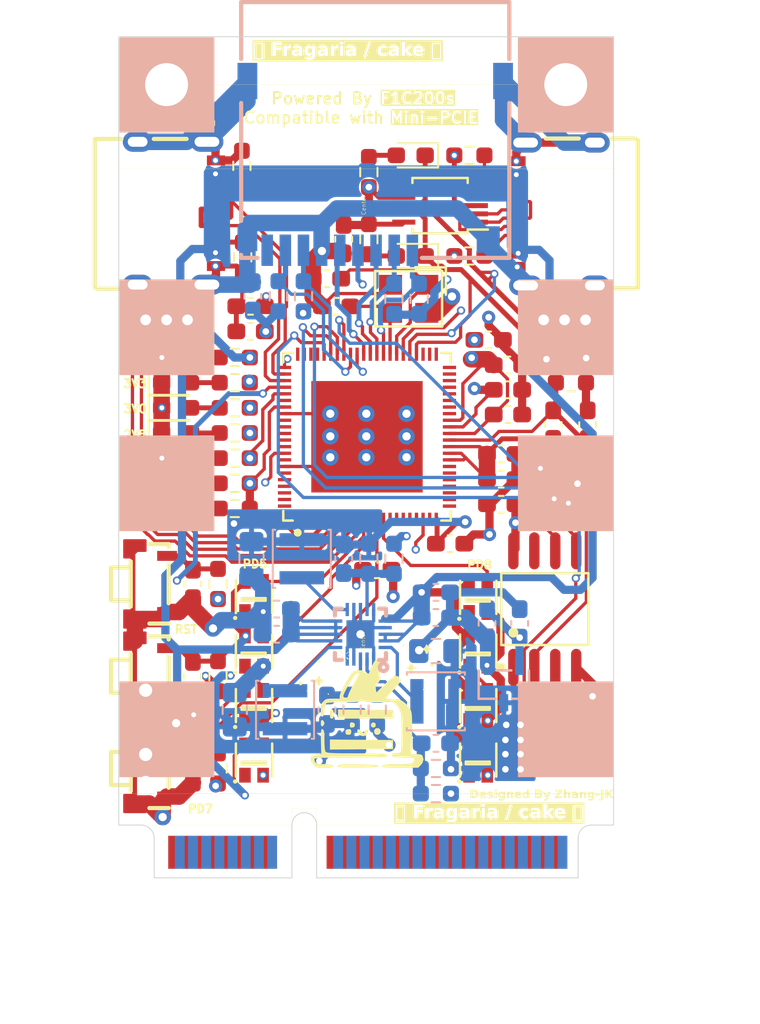
<source format=kicad_pcb>
(kicad_pcb (version 20221018) (generator pcbnew)
  (layers (0 "F.Cu" signal) (1 "In1.Cu" power "In1.GND") (2 "In2.Cu" power "In2.PWR") (31 "B.Cu" signal) (34 "B.Paste" user) (35 "F.Paste" user) (36 "B.SilkS" user "B.Silkscreen") (37 "F.SilkS" user "F.Silkscreen") (38 "B.Mask" user) (39 "F.Mask" user) (44 "Edge.Cuts" user))
  (net 0 "")
  (net 1 "+1V1")
  (net 2 "Net-(U2-FB1)")
  (net 3 "+2V5")
  (net 4 "Net-(U2-FB2)")
  (net 5 "+3V3")
  (net 6 "Net-(U2-FB3)")
  (net 7 "GND")
  (net 8 "+5V")
  (net 9 "/HOSCO")
  (net 10 "/HOSCI")
  (net 11 "/REF_DRAM")
  (net 12 "+3V0")
  (net 13 "/RESET")
  (net 14 "/SW0")
  (net 15 "/SW1")
  (net 17 "/SD_D2")
  (net 18 "/SD_D1")
  (net 19 "/SD_D0")
  (net 20 "/SD_CLK")
  (net 21 "/SD_CMD")
  (net 22 "/SD_D3")
  (net 23 "/U0_RX")
  (net 24 "Net-(D1-A)")
  (net 25 "/U0_TX")
  (net 26 "Net-(D2-A)")
  (net 27 "Net-(D3-A)")
  (net 28 "Net-(D4-A)")
  (net 29 "Net-(D5-A)")
  (net 30 "Net-(D6-A)")
  (net 31 "Net-(D7-A)")
  (net 32 "/LED0")
  (net 33 "Net-(D8-A)")
  (net 34 "/LED1")
  (net 35 "Net-(D9-A)")
  (net 36 "/U1_TX")
  (net 37 "/U1_RX")
  (net 38 "Net-(U2-LX1)")
  (net 39 "Net-(U2-LX2)")
  (net 40 "Net-(U2-LX3)")
  (net 41 "Net-(LED1-DO)")
  (net 42 "/WS0")
  (net 43 "Net-(LED2-DO)")
  (net 44 "Net-(LED3-DO)")
  (net 46 "Net-(LED5-DO)")
  (net 47 "/WS1")
  (net 48 "Net-(LED6-DO)")
  (net 49 "Net-(LED7-DO)")
  (net 51 "/SPI0_CS")
  (net 52 "Net-(USB1-CC1)")
  (net 53 "Net-(USB1-CC2)")
  (net 54 "Net-(USB2-CC1)")
  (net 55 "Net-(USB2-CC2)")
  (net 84 "/SPI0_CLK")
  (net 85 "/SPI0_MISO")
  (net 86 "/SPI0_MOSI")
  (net 91 "/BD-")
  (net 92 "/BD+")
  (net 106 "/D+")
  (net 107 "/D-")
  (footprint "Resistor_SMD:R_0603_1608Metric_Pad0.98x0.95mm_HandSolder" (layer "F.Cu") (at 189.4821 79.248 180)
    (fp_text reference "R12" hide)
    (fp_text value "2kΩ")
  )
  (footprint "Capacitor_SMD:C_0603_1608Metric_Pad1.08x0.95mm_HandSolder" (layer "F.Cu") (at 205.6384 85.09)
    (fp_text reference "C13" hide)
    (fp_text value "0.1uF")
  )
  (footprint "kicad_lceda:LED-SMD_4P-L2.0-W2.0-TL_WS2812B-2020" (layer "F.Cu") (at 190.6524 90.678 90)
    (fp_text reference "LED1" hide)
    (fp_text value "WS2812B-2020")
  )
  (footprint "LED_SMD:LED_0603_1608Metric_Pad1.05x0.95mm_HandSolder" (layer "F.Cu") (at 200.152 63.952 180)
    (fp_text reference "D1" hide)
    (fp_text value "LED-B")
  )
  (footprint "LED_SMD:LED_0603_1608Metric_Pad1.05x0.95mm_HandSolder" (layer "F.Cu") (at 185.9261 77.724)
    (fp_text reference "D4" hide)
    (fp_text value "LED-R")
  )
  (footprint "Capacitor_SMD:C_0603_1608Metric_Pad1.08x0.95mm_HandSolder" (layer "F.Cu") (at 186.944 95.504 90)
    (fp_text reference "C31" hide)
    (fp_text value "0.1uF")
  )
  (footprint "Resistor_SMD:R_0603_1608Metric_Pad0.98x0.95mm_HandSolder" (layer "F.Cu") (at 188.468 89.916 -90)
    (fp_text reference "R27" hide)
    (fp_text value "10kΩ")
  )
  (footprint "LOGO" (layer "F.Cu") (at 197.5104 97.6884)
    (fp_text reference "G***" hide)
    (fp_text value "LOGO" hide)
  )
  (footprint "kicad_lceda:USB-C-SMD_TYPE-C-6PIN-2MD-073" (layer "F.Cu") (at 185.9705 67.46 -90)
    (fp_text reference "USB2" hide)
    (fp_text value "TYPE-C_16PIN_2MD(073)" hide)
  )
  (footprint "Capacitor_SMD:C_0603_1608Metric_Pad1.08x0.95mm_HandSolder" (layer "F.Cu") (at 198.12 89.0524 180)
    (fp_text reference "C27" hide)
    (fp_text value "0.1uF")
  )
  (footprint "Capacitor_SMD:C_0603_1608Metric_Pad1.08x0.95mm_HandSolder" (layer "F.Cu") (at 205.6384 83.566)
    (fp_text reference "C22" hide)
    (fp_text value "1uF")
  )
  (footprint "Capacitor_SMD:C_0603_1608Metric_Pad1.08x0.95mm_HandSolder" (layer "F.Cu") (at 190.442 73.094 180)
    (fp_text reference "C16" hide)
    (fp_text value "0.1uF")
  )
  (footprint "Resistor_SMD:R_0603_1608Metric_Pad0.98x0.95mm_HandSolder" (layer "F.Cu") (at 209.864 77.724)
    (fp_text reference "R20" hide)
    (fp_text value "2kΩ")
  )
  (footprint "Package_SO:MSOP-10_3x3mm_P0.5mm" (layer "F.Cu") (at 201.93 67 180)
    (fp_text reference "U4" hide)
    (fp_text value "CH340E")
  )
  (footprint "Capacitor_SMD:C_0603_1608Metric_Pad1.08x0.95mm_HandSolder" (layer "F.Cu") (at 195.6308 73.1012 180)
    (fp_text reference "C14" hide)
    (fp_text value "18pF")
  )
  (footprint "LED_SMD:LED_0603_1608Metric_Pad1.05x0.95mm_HandSolder" (layer "F.Cu") (at 185.9261 85.344)
    (fp_text reference "D9" hide)
    (fp_text value "LED-G")
  )
  (footprint "kicad_lceda:SOIC-8_L5.3-W5.3-P1.27-LS8.0-BL" (layer "F.Cu") (at 208.28 91.44)
    (fp_text reference "U5" hide)
    (fp_text value "W25Q128JVSIQTR")
  )
  (footprint "kicad_lceda:LED-SMD_4P-L2.0-W2.0-TL_WS2812B-2020" (layer "F.Cu") (at 204.2414 93.98 90)
    (fp_text reference "LED6" hide)
    (fp_text value "WS2812B-2020")
  )
  (footprint "kicad_lceda:LED-SMD_4P-L2.0-W2.0-TL_WS2812B-2020" (layer "F.Cu") (at 204.2414 90.7288 90)
    (fp_text reference "LED5" hide)
    (fp_text value "WS2812B-2020")
  )
  (footprint "Resistor_SMD:R_0603_1608Metric_Pad0.98x0.95mm_HandSolder" (layer "F.Cu") (at 189.4821 85.344 180)
    (fp_text reference "R26" hide)
    (fp_text value "2kΩ")
  )
  (footprint "Resistor_SMD:R_0603_1608Metric_Pad0.98x0.95mm_HandSolder" (layer "F.Cu") (at 188.468 95.504 -90)
    (fp_text reference "R28" hide)
    (fp_text value "10kΩ")
  )
  (footprint "Capacitor_SMD:C_0603_1608Metric_Pad1.08x0.95mm_HandSolder" (layer "F.Cu") (at 202.5396 87.4776)
    (fp_text reference "C18" hide)
    (fp_text value "0.1uF")
  )
  (footprint "Resistor_SMD:R_0603_1608Metric_Pad0.98x0.95mm_HandSolder" (layer "F.Cu") (at 189.9158 64.5922 90)
    (fp_text reference "R23" hide)
    (fp_text value "5.1kΩ")
  )
  (footprint "Capacitor_SMD:C_0603_1608Metric_Pad1.08x0.95mm_HandSolder" (layer "F.Cu") (at 204.8764 75.1332)
    (fp_text reference "C28" hide)
    (fp_text value "0.1uF")
  )
  (footprint "Capacitor_SMD:C_0603_1608Metric_Pad1.08x0.95mm_HandSolder" (layer "F.Cu") (at 186.944 101.092 90)
    (fp_text reference "C32" hide)
    (fp_text value "0.1uF")
  )
  (footprint "Resistor_SMD:R_0603_1608Metric_Pad0.98x0.95mm_HandSolder" (layer "F.Cu") (at 189.4821 80.772 180)
    (fp_text reference "R13" hide)
    (fp_text value "2kΩ")
  )
  (footprint "Resistor_SMD:R_0603_1608Metric_Pad0.98x0.95mm_HandSolder" (layer "F.Cu") (at 189.4821 76.2 180)
    (fp_text reference "R10" hide)
    (fp_text value "2kΩ")
  )
  (footprint "Resistor_SMD:R_0603_1608Metric_Pad0.98x0.95mm_HandSolder" (layer "F.Cu") (at 203.708 63.952 180)
    (fp_text reference "R22" hide)
    (fp_text value "5.1kΩ")
  )
  (footprint "Capacitor_SMD:C_0603_1608Metric_Pad1.08x0.95mm_HandSolder" (layer "F.Cu") (at 205.6384 82.042)
    (fp_text reference "C21" hide)
    (fp_text value "10uF")
  )
  (footprint "kicad_lceda:QFN-88_L10.0-W10.0-P0.40-BL-EP6.75" (layer "F.Cu") (at 197.5 81)
    (fp_text reference "U1" hide)
    (fp_text value "F1C200S")
  )
  (footprint "Resistor_SMD:R_0603_1608Metric_Pad0.98x0.95mm_HandSolder" (layer "F.Cu") (at 189.4821 77.724 180)
    (fp_text reference "R11" hide)
    (fp_text value "2kΩ")
  )
  (footprint "Resistor_SMD:R_0603_1608Metric_Pad0.98x0.95mm_HandSolder" (layer "F.Cu") (at 208.788 97.536)
    (fp_text reference "R7" hide)
    (fp_text value "10kΩ")
  )
  (footprint "kicad_lceda:LED-SMD_4P-L2.0-W2.0-TL_WS2812B-2020" (layer "F.Cu") (at 204.2414 97.282 90)
    (fp_text reference "LED7" hide)
    (fp_text value "WS2812B-2020")
  )
  (footprint "Resistor_SMD:R_0603_1608Metric_Pad0.98x0.95mm_HandSolder" (layer "F.Cu") (at 209.864 82.804)
    (fp_text reference "R19" hide)
    (fp_text value "2kΩ")
  )
  (footprint "LED_SMD:LED_0603_1608Metric_Pad1.05x0.95mm_HandSolder" (layer "F.Cu") (at 185.9261 83.82)
    (fp_text reference "D8" hide)
    (fp_text value "LED-R")
  )
  (footprint "Capacitor_SMD:C_0603_1608Metric_Pad1.08x0.95mm_HandSolder" (layer "F.Cu") (at 196.088 69.032 90)
    (fp_text reference "C11" hide)
    (fp_text value "0.1uF")
  )
  (footprint "LED_SMD:LED_0603_1608Metric_Pad1.05x0.95mm_HandSolder" (layer "F.Cu") (at 185.9261 82.296)
    (fp_text reference "D7" hide)
    (fp_text value "LED-R")
  )
  (footprint "kicad_lceda:LED-SMD_4P-L2.0-W2.0-TL_WS2812B-2020" (layer "F.Cu") (at 190.6524 100.584 90)
    (fp_text reference "LED4" hide)
    (fp_text value "WS2812B-2020")
  )
  (footprint "kicad_lceda:USB-C-SMD_TYPE-C-6PIN-2MD-073" (layer "F.Cu") (at 208.9415 67.508 90)
    (fp_text reference "USB1" hide)
    (fp_text value "TYPE-C_16PIN_2MD(073)" hide)
  )
  (footprint "Capacitor_SMD:C_0603_1608Metric_Pad1.08x0.95mm_HandSolder" (layer "F.Cu") (at 206.0448 79.6544)
    (fp_text reference "C24" hide)
    (fp_text value "0.1uF")
  )
  (footprint "LED_SMD:LED_0603_1608Metric_Pad1.05x0.95mm_HandSolder" (layer "F.Cu") (at 185.9261 79.248)
    (fp_text reference "D5" hide)
    (fp_text value "LED-R")
  )
  (footprint "Resistor_SMD:R_0603_1608Metric_Pad0.98x0.95mm_HandSolder" (layer "F.Cu") (at 197.612 64.968 90)
    (fp_text reference "R8" hide)
    (fp_text value "2kΩ")
  )
  (footprint "Connector_PinHeader_1.27mm:PinHeader_1x03_P1.27mm_Vertical" (layer "F.Cu") (at 210.75 73.9195 -90)
    (fp_text reference "J1" hide)
    (fp_text value "Conn_01x03_Pin" hide)
  )
  (footprint "Resistor_SMD:R_0603_1608Metric_Pad0.98x0.95mm_HandSolder" (layer "F.Cu") (at 197.612 69.032 -90)
    (fp_text reference "R9" hide)
    (fp_text value "2kΩ")
  )
  (footprint "Capacitor_SMD:C_0603_1608Metric_Pad1.08x0.95mm_HandSolder" (layer "F.Cu") (at 210.88 80.264 90)
    (fp_text reference "C20" hide)
    (fp_text value "0.1uF")
  )
  (footprint "Resistor_SMD:R_0603_1608Metric_Pad0.98x0.95mm_HandSolder" (layer "F.Cu") (at 188.468 101.092 -90)
    (fp_text reference "R29" hide)
    (fp_text value "10kΩ")
  )
  (footprint "LED_SMD:LED_0603_1608Metric_Pad1.05x0.95mm_HandSolder" (layer "F.Cu") (at 200.152 70.048 180)
    (fp_text reference "D2" hide)
    (fp_text value "LED-G")
  )
  (footprint "LED_SMD:LED_0603_1608Metric_Pad1.05x0.95mm_HandSolder" (layer "F.Cu") (at 185.9261 76.2)
    (fp_text reference "D3" hide)
    (fp_text value "LED-R")
  )
  (footprint "Capacitor_SMD:C_0603_1608Metric_Pad1.08x0.95mm_HandSolder" (layer "F.Cu") (at 208.788 80.264 90)
    (fp_text reference "C19" hide)
    (fp_text value "0.1uF")
  )
  (footprint "Capacitor_SMD:C_0603_1608Metric_Pad1.08x0.95mm_HandSolder" (layer "F.Cu") (at 190.442 74.618 180)
    (fp_text reference "C29" hide)
    (fp_text value "0.1uF")
  )
  (footprint "Capacitor_SMD:C_0603_1608Metric_Pad1.08x0.95mm_HandSolder" (layer "F.Cu") (at 206.0448 76.6572)
    (fp_text reference "C23" hide)
    (fp_text value "0.1uF")
  )
  (footprint "Connector_PinHeader_1.27mm:PinHeader_1x03_P1.27mm_Vertical" (layer "F.Cu") (at 184.08 73.9195 90)
    (fp_text reference "J2" hide)
    (fp_text value "Conn_01x03_Pin" hide)
  )
  (footprint "kicad_lceda:LED-SMD_4P-L2.0-W2.0-TL_WS2812B-2020" (layer "F.Cu") (at 190.6524 93.98 90)
    (fp_text reference "LED2" hide)
    (fp_text value "WS2812B-2020")
  )
  (footprint "kicad_lceda:SW-SMD_D-SWITCH_DS-THAM04-ABB-R" (layer "F.Cu") (at 184.404 95.504 -90)
    (fp_text reference "SW2" hide)
    (fp_text value "DS-THAM04-ABB-R")
  )
  (footprint "Capacitor_SMD:C_0603_1608Metric_Pad1.08x0.95mm_HandSolder" (layer "F.Cu") (at 186.944 89.916 90)
    (fp_text reference "C30" hide)
    (fp_text value "0.1uF")
  )
  (footprint "kicad_lceda:SW-SMD_D-SWITCH_DS-THAM04-ABB-R" (layer "F.Cu") (at 184.404 89.916 -90)
    (fp_text reference "SW1" hide)
    (fp_text value "DS-THAM04-ABB-R")
  )
  (footprint "kicad_lceda:LED-SMD_4P-L2.0-W2.0-TL_WS2812B-2020" (layer "F.Cu") (at 190.6524 97.282 90)
    (fp_text reference "LED3" hide)
    (fp_text value "WS2812B-2020")
  )
  (footprint "kicad_lceda:LED-SMD_4P-L2.0-W2.0-TL_WS2812B-2020" (layer "F.Cu") (at 204.2414 100.584 90)
    (fp_text reference "LED8" hide)
    (fp_text value "WS2812B-2020")
  )
  (footprint "Resistor_SMD:R_0603_1608Metric_Pad0.98x0.95mm_HandSolder" (layer "F.Cu") (at 189.4821 83.82 180)
    (fp_text reference "R25" hide)
    (fp_text value "2kΩ")
  )
  (footprint "kicad_lceda:SW-SMD_D-SWITCH_DS-THAM04-ABB-R" (layer "F.Cu") (at 184.404 101.092 -90)
    (fp_text reference "SW3" hide)
    (fp_text value "DS-THAM04-ABB-R")
  )
  (footprint "Resistor_SMD:R_0603_1608Metric_Pad0.98x0.95mm_HandSolder" (layer "F.Cu") (at 203.708 70.048 180)
    (fp_text reference "R21" hide)
    (fp_text value "5.1kΩ")
  )
  (footprint "LED_SMD:LED_0603_1608Metric_Pad1.05x0.95mm_HandSolder" (layer "F.Cu") (at 185.9261 80.772)
    (fp_text reference "D6" hide)
    (fp_text value "LED-R")
  )
  (footprint "mpcie:mpcie-full-card" (layer "F.Cu") (at 197.45 107.72)
    (fp_text reference "U6" hide)
    (fp_text value "MPCIE-Socket" hide)
    (fp_line (start -15 -50.95) (end 15 -50.95) (stroke (width 0.05)) (layer "Edge.Cuts"))
    (fp_line (start -15 -3.2) (end -15 -50.95) (stroke (width 0.05)) (layer "Edge.Cuts"))
    (fp_line (start -15 -3.2) (end -13.65 -3.2) (stroke (width 0.05)) (layer "Edge.Cuts"))
    (fp_line (start -12.85 -2.4) (end -12.85 0) (stroke (width 0.05)) (layer "Edge.Cuts"))
    (fp_line (start -12.85 0) (end -4.5 0) (stroke (width 0.05)) (layer "Edge.Cuts"))
    (fp_line (start -4.5 0) (end -4.5 -3.2) (stroke (width 0.05)) (layer "Edge.Cuts"))
    (fp_line (start -3 -3.2) (end -3 0) (stroke (width 0.05)) (layer "Edge.Cuts"))
    (fp_line (start -3 0) (end 12.85 0) (stroke (width 0.05)) (layer "Edge.Cuts"))
    (fp_line (start 12.85 -2.4) (end 12.85 0) (stroke (width 0.05)) (layer "Edge.Cuts"))
    (fp_line (start 13.65 -3.2) (end 15 -3.2) (stroke (width 0.05)) (layer "Edge.Cuts"))
    (fp_line (start 15 -50.95) (end 15 -3.2) (stroke (width 0.05)) (layer "Edge.Cuts"))
    (fp_arc (start -13.65 -3.2) (mid -13.084315 -2.965685) (end -12.85 -2.4) (stroke (width 0.05)) (layer "Edge.Cuts"))
    (fp_arc (start -4.5 -3.2) (mid -3.75 -3.95) (end -3 -3.2) (stroke (width 0.05)) (layer "Edge.Cuts"))
    (fp_arc (start 12.85 -2.4) (mid 13.084315 -2.965685) (end 13.65 -3.2) (stroke (width 0.05)) (layer "Edge.Cuts"))
  )
  (footprint "kicad_lceda:CRYSTAL-SMD_4P-L3.2-W2.5-BL" (layer "F.Cu") (at 200.025 72.644 180)
    (fp_text reference "X1" hide)
    (fp_text value "SMD-3225_4P_24.000MHZ_18PF")
  )
  (footprint "Capacitor_SMD:C_0603_1608Metric_Pad1.08x0.95mm_HandSolder" (layer "F.Cu") (at 206.0448 78.1558)
    (fp_text reference "C17" hide)
    (fp_text value "0.1uF")
  )
  (footprint "Resistor_SMD:R_0603_1608Metric_Pad0.98x0.95mm_HandSolder" (layer "F.Cu") (at 189.9666 70.1294 -90)
    (fp_text reference "R24" hide)
    (fp_text value "5.1kΩ")
  )
  (footprint "Capacitor_SMD:C_0603_1608Metric_Pad1.08x0.95mm_HandSolder" (layer "F.Cu") (at 195.072 71.4248)
    (fp_text reference "C15" hide)
    (fp_text value "18pF")
  )
  (footprint "Resistor_SMD:R_0603_1608Metric_Pad0.98x0.95mm_HandSolder" (layer "F.Cu") (at 189.4821 82.296 180)
    (fp_text reference "R14" hide)
    (fp_text value "2kΩ")
  )
  (footprint "Capacitor_SMD:C_0603_1608Metric_Pad1.08x0.95mm_HandSolder" (layer "B.Cu") (at 192.024 92.964 180)
    (fp_text reference "C8" hide)
    (fp_text value "10uF")
  )
  (footprint "Resistor_SMD:R_0603_1608Metric_Pad0.98x0.95mm_HandSolder" (layer "B.Cu") (at 200.66 72.644 90)
    (fp_text reference "R15" hide)
    (fp_text value "47kΩ")
  )
  (footprint "kicad_lceda:SOT-23-3_L3.0-W1.7-P0.95-LS2.9-BR" (layer "B.Cu") (at 205.796 96.012 90)
    (fp_text reference "U3" hide)
    (fp_text value "XC6206P302MR_C347375")
  )
  (footprint "Resistor_SMD:R_0603_1608Metric_Pad0.98x0.95mm_HandSolder" (layer "B.Cu") (at 198.12 97.536 90)
    (fp_text reference "R5" hide)
    (fp_text value "150kΩ")
  )
  (footprint "Capacitor_SMD:C_0805_2012Metric_Pad1.18x1.45mm_HandSolder" (layer "B.Cu") (at 189.484 97.536 90)
    (fp_text reference "C5" hide)
    (fp_text value "10uF")
  )
  (footprint "Capacitor_SMD:C_0603_1608Metric_Pad1.08x0.95mm_HandSolder" (layer "B.Cu") (at 190.5762 72.4916 -90)
    (fp_text reference "C12" hide)
    (fp_text value "0.1uF")
  )
  (footprint "Resistor_SMD:R_0603_1608Metric_Pad0.98x0.95mm_HandSolder" (layer "B.Cu") (at 199.136 88.392 -90)
    (fp_text reference "R4" hide)
    (fp_text value "150kΩ")
  )
  (footprint "Capacitor_SMD:C_0603_1608Metric_Pad1.08x0.95mm_HandSolder" (layer "B.Cu") (at 195.072 97.536 90)
    (fp_text reference "C2" hide)
    (fp_text value "220pF")
  )
  (footprint "Resistor_SMD:R_0603_1608Metric_Pad0.98x0.95mm_HandSolder" (layer "B.Cu") (at 197.612 88.392 -90)
    (fp_text reference "R1" hide)
    (fp_text value "130kΩ")
  )
  (footprint "Capacitor_SMD:C_0805_2012Metric_Pad1.18x1.45mm_HandSolder" (layer "B.Cu") (at 190.5 88.392 -90)
    (fp_text reference "C4" hide)
    (fp_text value "10uF")
  )
  (footprint "Resistor_SMD:R_0603_1608Metric_Pad0.98x0.95mm_HandSolder" (layer "B.Cu") (at 201.676 102.616 180)
    (fp_text reference "R6" hide)
    (fp_text value "150kΩ")
  )
  (footprint "Resistor_SMD:R_0603_1608Metric_Pad0.98x0.95mm_HandSolder" (layer "B.Cu") (at 192.1256 72.4916 90)
    (fp_text reference "R18" hide)
    (fp_text value "47kΩ")
  )
  (footprint "Inductor_SMD:L_Changjiang_FNR3015S" (layer "B.Cu") (at 193.548 88.392 -90)
    (fp_text reference "L1" hide)
    (fp_text value "2.2uH")
  )
  (footprint "Capacitor_SMD:C_0603_1608Metric_Pad1.08x0.95mm_HandSolder" (layer "B.Cu") (at 201.676 91.948)
    (fp_text reference "C9" hide)
    (fp_text value "10uF")
  )
  (footprint "Capacitor_SMD:C_0603_1608Metric_Pad1.08x0.95mm_HandSolder" (layer "B.Cu") (at 204.78 92.3036 90)
    (fp_text reference "C26" hide)
    (fp_text value "10uF")
  )
  (footprint "kicad_lceda:WQFN-20_L3.0-W3.0-P0.40-BL-EP" (layer "B.Cu") (at 197.104 92.964 180)
    (fp_text reference "U2" hide)
    (fp_text value "EA3036C")
  )
  (footprint "Capacitor_SMD:C_0603_1608Metric_Pad1.08x0.95mm_HandSolder" (layer "B.Cu") (at 201.676 99.568 180)
    (fp_text reference "C3" hide)
    (fp_text value "220pF")
  )
  (footprint "Inductor_SMD:L_Changjiang_FNR3015S" (layer "B.Cu") (at 192.532 97.536 90)
    (fp_text reference "L2" hide)
    (fp_text value "2.2uH")
  )
  (footprint "Resistor_SMD:R_0603_1608Metric_Pad0.98x0.95mm_HandSolder" (layer "B.Cu") (at 199.136 72.644 90)
    (fp_text reference "R16" hide)
    (fp_text value "47kΩ")
  )
  (footprint "Capacitor_SMD:C_0603_1608Metric_Pad1.08x0.95mm_HandSolder" (layer "B.Cu") (at 201.676 90.424)
    (fp_text reference "C10" hide)
    (fp_text value "1uF")
  )
  (footprint "kicad_lceda:TF-SMD_MR01A-01211" (layer "B.Cu") (at 198 64.5775)
    (fp_text reference "Card2" hide)
    (fp_text value "MR01A-01211")
  )
  (footprint "Inductor_SMD:L_Changjiang_FNR3015S" (layer "B.Cu") (at 201.676 97.028 180)
    (fp_text reference "L3" hide)
    (fp_text value "2.2uH")
  )
  (footprint "Capacitor_SMD:C_0603_1608Metric_Pad1.08x0.95mm_HandSolder" (layer "B.Cu") (at 206.756 92.3036 -90)
    (fp_text reference "C25" hide)
    (fp_text value "0.1uF")
  )
  (footprint "Capacitor_SMD:C_0805_2012Metric_Pad1.18x1.45mm_HandSolder" (layer "B.Cu") (at 201.676 93.98 180)
    (fp_text reference "C6" hide)
    (fp_text value "10uF")
  )
  (footprint "Resistor_SMD:R_0603_1608Metric_Pad0.98x0.95mm_HandSolder" (layer "B.Cu") (at 196.596 97.536 90)
    (fp_text reference "R2" hide)
    (fp_text value "470kΩ")
  )
  (footprint "Capacitor_SMD:C_0603_1608Metric_Pad1.08x0.95mm_HandSolder" (layer "B.Cu") (at 196.088 88.392 -90)
    (fp_text reference "C1" hide)
    (fp_text value "220pF")
  )
  (footprint "Resistor_SMD:R_0603_1608Metric_Pad0.98x0.95mm_HandSolder" (layer "B.Cu") (at 193.6496 72.4916 90)
    (fp_text reference "R17" hide)
    (fp_text value "47kΩ")
  )
  (footprint "Capacitor_SMD:C_0603_1608Metric_Pad1.08x0.95mm_HandSolder" (layer "B.Cu") (at 192.024 91.44 180)
    (fp_text reference "C7" hide)
    (fp_text value "10uF")
  )
  (footprint "Resistor_SMD:R_0603_1608Metric_Pad0.98x0.95mm_HandSolder" (layer "B.Cu") (at 201.676 101.092 180)
    (fp_text reference "R3" hide)
    (fp_text value "680kΩ")
  )
  (gr_text "G T R\n" (at 183.1848 73.5076) (layer "F.SilkS") (effects (font (size 1 1)) (justify left bottom)))
  (gr_text "UART0\n" (at 212.2424 75.4888 90) (layer "F.SilkS") (effects (font (size 0.5 0.5) (thickness 0.125)) (justify left bottom)))
  (gr_text " Fragaria / cake " (at 199.1868 104.2416) (layer "F.SilkS" knockout) (effects (font (size 0.8 0.8) (thickness 0.2) bold) (justify left bottom)))
  (gr_text "Designed By Zhang-JK" (at 203.708 102.9716) (layer "F.SilkS") (effects (font (size 0.5 0.5) (thickness 0.125) bold) (justify left bottom)))
  (gr_text "3V3\n" (at 182.6768 78.0796) (layer "F.SilkS") (effects (font (size 0.5 0.5) (thickness 0.12) bold) (justify left bottom)))
  (gr_text "PD5" (at 189.8904 89.0016) (layer "F.SilkS") (effects (font (size 0.5 0.5) (thickness 0.12) bold) (justify left bottom)))
  (gr_text "5V0" (at 182.626 76.5048) (layer "F.SilkS") (effects (font (size 0.5 0.5) (thickness 0.12) bold) (justify left bottom)))
  (gr_text "PD8" (at 203.5048 89.0524) (layer "F.SilkS") (effects (font (size 0.5 0.5) (thickness 0.12) bold) (justify left bottom)))
  (gr_text " Fragaria / cake " (at 190.6016 58.0644) (layer "F.SilkS" knockout) (effects (font (size 0.8 0.8) (thickness 0.2) bold) (justify left bottom)))
  (gr_text "USB-UART\n\n" (at 206.6036 63.4492) (layer "F.SilkS") (effects (font (size 0.7 0.7) (thickness 0.13) bold) (justify left bottom)))
  (gr_text "Powered By " (at 191.6176 60.9092) (layer "F.SilkS") (effects (font (size 0.7 0.7) (thickness 0.12) bold) (justify left bottom)))
  (gr_text "PD7" (at 186.5884 103.8352) (layer "F.SilkS") (effects (font (size 0.5 0.5) (thickness 0.12) bold) (justify left bottom)))
  (gr_text "UART1\n" (at 183.1848 75.1332 90) (layer "F.SilkS") (effects (font (size 0.5 0.5) (thickness 0.125)) (justify left bottom)))
  (gr_text "PD1" (at 182.626 84.1248) (layer "F.SilkS") (effects (font (size 0.5 0.5) (thickness 0.12) bold) (justify left bottom)))
  (gr_text "Compatible with" (at 189.9412 62.0776) (layer "F.SilkS") (effects (font (size 0.7 0.7) (thickness 0.12) bold) (justify left bottom)))
  (gr_text "1V1\n" (at 182.6768 82.7024) (layer "F.SilkS") (effects (font (size 0.5 0.5) (thickness 0.12) bold) (justify left bottom)))
  (gr_text "2V5" (at 182.6768 81.1784) (layer "F.SilkS") (effects (font (size 0.5 0.5) (thickness 0.12) bold) (justify left bottom)))
  (gr_text "PD6" (at 186.5376 98.806) (layer "F.SilkS") (effects (font (size 0.5 0.5) (thickness 0.12) bold) (justify left bottom)))
  (gr_text "Mini-PCIE" (at 198.8312 62.0776) (layer "F.SilkS" knockout) (effects (font (size 0.7 0.7) (thickness 0.12) bold) (justify left bottom)))
  (gr_text "3V0\n" (at 182.6768 79.6036) (layer "F.SilkS") (effects (font (size 0.5 0.5) (thickness 0.12) bold) (justify left bottom)))
  (gr_text "RST\n" (at 185.7756 92.964) (layer "F.SilkS") (effects (font (size 0.5 0.5) (thickness 0.12) bold) (justify left bottom)))
  (gr_text "F1C200s" (at 198.2216 60.9092) (layer "F.SilkS" knockout) (effects (font (size 0.7 0.7) (thickness 0.12) bold) (justify left bottom)))
  (gr_text "USB-OTG\n" (at 183.3372 62.2808) (layer "F.SilkS") (effects (font (size 0.7 0.7) (thickness 0.13) bold) (justify left bottom)))
  (gr_text "R T G" (at 207.264 75.8444) (layer "F.SilkS") (effects (font (size 1 1)) (justify left bottom)))
  (gr_text "PD0" (at 182.626 85.598) (layer "F.SilkS") (effects (font (size 0.5 0.5) (thickness 0.12) bold) (justify left bottom)))
  (segment (start 191.390131 73.008369) (end 191.390131 72.491612) (width 0.5) (layer "F.Cu") (net 1))
  (segment (start 204.108 79.2301) (end 205.1823 78.1558) (width 0.2) (layer "F.Cu") (net 1))
  (segment (start 203.324886 80.4) (end 204.108 79.616885) (width 0.2) (layer "F.Cu") (net 1))
  (segment (start 201.75 87.4047) (end 201.75 86) (width 0.3) (layer "F.Cu") (net 1))
  (segment (start 191.1821 79.352214) (end 191.8 78.734314) (width 0.2) (layer "F.Cu") (net 1))
  (segment (start 201.6771 87.4776) (end 201.75 87.4047) (width 0.3) (layer "F.Cu") (net 1))
  (segment (start 191.8 78.734314) (end 191.8 78.5) (width 0.2) (layer "F.Cu") (net 1))
  (segment (start 191.1821 81.23214) (end 191.1821 79.352214) (width 0.2) (layer "F.Cu") (net 1))
  (segment (start 201.6771 87.4776) (end 202.9979 86.1568) (width 0.3) (layer "F.Cu") (net 1))
  (segment (start 202.5 80.4) (end 203.324886 80.4) (width 0.2) (layer "F.Cu") (net 1))
  (segment (start 190.3984 82.296) (end 190.3984 82.01584) (width 0.2) (layer "F.Cu") (net 1))
  (segment (start 190.3984 82.01584) (end 191.1821 81.23214) (width 0.2) (layer "F.Cu") (net 1))
  (segment (start 191.9 78.4) (end 192.5 78.4) (width 0.2) (layer "F.Cu") (net 1))
  (segment (start 202.9979 86.1568) (end 203.454 86.1568) (width 0.3) (layer "F.Cu") (net 1))
  (segment (start 205.1823 78.1558) (end 204.089 78.1558) (width 0.5) (layer "F.Cu") (net 1))
  (segment (start 191.3045 73.094) (end 191.390131 73.008369) (width 0.5) (layer "F.Cu") (net 1))
  (segment (start 204.089 78.1558) (end 204.0128 78.0796) (width 0.3) (layer "F.Cu") (net 1))
  (segment (start 191.8 78.5) (end 191.9 78.4) (width 0.2) (layer "F.Cu") (net 1))
  (segment (start 204.108 79.616885) (end 204.108 79.2301) (width 0.2) (layer "F.Cu") (net 1))
  (via (at 203.454 86.1568) (size 0.8) (drill 0.4) (layers "F.Cu" "B.Cu") (net 1))
  (via (at 190.3984 82.296) (size 0.8) (drill 0.4) (layers "F.Cu" "B.Cu") (net 1))
  (via (at 189.43319 86.258394) (size 0.8) (drill 0.4) (layers "F.Cu" "B.Cu") (net 1))
  (via (at 191.390131 72.491612) (size 0.5) (drill 0.3) (layers "F.Cu" "B.Cu") (net 1))
  (via (at 204.0128 78.0796) (size 0.8) (drill 0.4) (layers "F.Cu" "B.Cu") (net 1))
  (segment (start 197.562 87.5295) (end 197.612 87.4795) (width 0.5) (layer "B.Cu") (net 1))
  (segment (start 196.088 87.5295) (end 197.562 87.5295) (width 0.5) (layer "B.Cu") (net 1))
  (segment (start 190.5 87.3545) (end 193.4355 87.3545) (width 0.5) (layer "B.Cu") (net 1))
  (segment (start 193.4355 87.3545) (end 193.548 87.242) (width 0.5) (layer "B.Cu") (net 1))
  (segment (start 197.612 87.4795) (end 198.9347 86.1568) (width 0.5) (layer "B.Cu") (net 1))
  (segment (start 193.548 87.242) (end 195.8005 87.242) (width 0.5) (layer "B.Cu") (net 1))
  (segment (start 195.8005 87.242) (end 196.088 87.5295) (width 0.5) (layer "B.Cu") (net 1))
  (segment (start 203.454 86.1568) (end 198.9347 86.1568) (width 0.5) (layer "B.Cu") (net 1))
  (segment (start 197.504 89.4125) (end 197.612 89.3045) (width 0.2) (layer "B.Cu") (net 2))
  (segment (start 197.504 91.464) (end 197.504 89.4125) (width 0.2) (layer "B.Cu") (net 2))
  (segment (start 196.088 89.2545) (end 197.562 89.2545) (width 0.5) (layer "B.Cu") (net 2))
  (segment (start 197.562 89.2545) (end 197.612 89.3045) (width 0.5) (layer "B.Cu") (net 2))
  (segment (start 199.136 89.3045) (end 197.612 89.3045) (width 0.5) (layer "B.Cu") (net 2))
  (segment (start 204.0367 80.8) (end 205.1823 79.6544) (width 0.2) (layer "F.Cu") (net 3))
  (segment (start 203.3128 77.78965) (end 204.44525 76.6572) (width 0.2) (layer "F.Cu") (net 3))
  (segment (start 205.6914 81.1265) (end 204.7759 82.042) (width 0.3) (layer "F.Cu") (net 3))
  (segment (start 206.0198 77.4947) (end 205.1823 76.6572) (width 0.2) (layer "F.Cu") (net 3))
  (segment (start 202.5 80) (end 203.1592 80) (width 0.2) (layer "F.Cu") (net 3))
  (segment (start 203.2099 82) (end 203.47995 82.27005) (width 0.2) (layer "F.Cu") (net 3))
  (segment (start 204.3339 81.6) (end 204.7759 82.042) (width 0.2) (layer "F.Cu") (net 3))
  (segment (start 203.1592 80) (end 203.3128 79.8464) (width 0.2) (layer "F.Cu") (net 3))
  (segment (start 202.5 81.6) (end 204.3339 81.6) (width 0.2) (layer "F.Cu") (net 3))
  (segment (start 202.5 82.4) (end 203.35 82.4) (width 0.2) (layer "F.Cu") (net 3))
  (segment (start 208.788 81.1265) (end 205.6914 81.1265) (width 0.3) (layer "F.Cu") (net 3))
  (segment (start 203.3128 79.8464) (end 203.3128 77.78965) (width 0.2) (layer "F.Cu") (net 3))
  (segment (start 208.9515 82.804) (end 208.9515 81.29) (width 0.5) (layer "F.Cu") (net 3))
  (segment (start 209.987603 83.840103) (end 210.26108 83.840103) (width 0.5) (layer "F.Cu") (net 3))
  (segment (start 208.9515 82.804) (end 209.987603 83.840103) (width 0.5) (layer "F.Cu") (net 3))
  (segment (start 206.0198 78.8169) (end 206.0198 77.4947) (width 0.2) (layer "F.Cu") (net 3))
  (segment (start 202.5 80.8) (end 204.0367 80.8) (width 0.2) (layer "F.Cu") (net 3))
  (segment (start 208.9515 81.29) (end 208.788 81.1265) (width 0.5) (layer "F.Cu") (net 3))
  (segment (start 203.47995 82.27005) (end 204.7759 83.566) (width 0.2) (layer "F.Cu") (net 3))
  (segment (start 204.7759 83.566) (end 204.7759 82.042) (width 1) (layer "F.Cu") (net 3))
  (segment (start 204.44525 76.6572) (end 205.1823 76.6572) (width 0.2) (layer "F.Cu") (net 3))
  (segment (start 205.1823 76.6572) (end 204.8333 76.3082) (width 1) (layer "F.Cu") (net 3))
  (segment (start 203.35 82.4) (end 203.47995 82.27005) (width 0.2) (layer "F.Cu") (net 3))
  (segment (start 202.5 82) (end 203.2099 82) (width 0.2) (layer "F.Cu") (net 3))
  (segment (start 204.8333 76.3082) (end 203.8096 76.3082) (width 1) (layer "F.Cu") (net 3))
  (segment (start 205.1823 79.6544) (end 206.0198 78.8169) (width 0.2) (layer "F.Cu") (net 3))
  (via (at 203.846352 76.214048) (size 0.8) (drill 0.4) (layers "F.Cu" "B.Cu") (net 3))
  (via (at 190.3984 80.772) (size 0.8) (drill 0.4) (layers "F.Cu" "B.Cu") (net 3))
  (via (at 189.23 95.4615) (size 0.5) (drill 0.3) (layers "F.Cu" "B.Cu") (net 3))
  (via (at 194.614788 100.634812) (size 0.8) (drill 0.4) (layers "F.Cu" "B.Cu") (net 3))
  (via (at 210.26108 83.840103) (size 0.8) (drill 0.4) (layers "F.Cu" "B.Cu") (net 3))
  (segment (start 188.718551 95.4615) (end 188.309 95.871051) (width 0.5) (layer "B.Cu") (net 3))
  (segment (start 188.309 97.3985) (end 189.484 98.5735) (width 0.5) (layer "B.Cu") (net 3))
  (segment (start 196.546 98.3985) (end 196.596 98.4485) (width 0.5) (layer "B.Cu") (net 3))
  (segment (start 195.072 98.3985) (end 196.546 98.3985) (width 0.5) (layer "B.Cu") (net 3))
  (segment (start 196.596 98.6536) (end 194.614788 100.634812) (width 0.5) (layer "B.Cu") (net 3))
  (segment (start 194.7845 98.686) (end 195.072 98.3985) (width 0.5) (layer "B.Cu") (net 3))
  (segment (start 189.484 98.5735) (end 192.4195 98.5735) (width 0.5) (layer "B.Cu") (net 3))
  (segment (start 188.309 95.871051) (end 188.309 97.3985) (width 0.5) (layer "B.Cu") (net 3))
  (segment (start 192.532 98.686) (end 194.7845 98.686) (width 0.5) (layer "B.Cu") (net 3))
  (segment (start 196.596 98.4485) (end 196.596 98.6536) (width 0.5) (layer "B.Cu") (net 3))
  (segment (start 192.4195 98.5735) (end 192.532 98.686) (width 0.5) (layer "B.Cu") (net 3))
  (segment (start 189.23 95.4615) (end 188.718551 95.4615) (width 0.5) (layer "B.Cu") (net 3))
  (segment (start 197.104 94.464) (end 197.104 96.1155) (width 0.2) (layer "B.Cu") (net 4))
  (segment (start 198.12 96.6235) (end 196.596 96.6235) (width 0.5) (layer "B.Cu") (net 4))
  (segment (start 195.072 96.6735) (end 196.546 96.6735) (width 0.5) (layer "B.Cu") (net 4))
  (segment (start 196.546 96.6735) (end 196.596 96.6235) (width 0.5) (layer "B.Cu") (net 4))
  (segment (start 197.104 96.1155) (end 196.596 96.6235) (width 0.2) (layer "B.Cu") (net 4))
  (segment (start 197.612 68.1228) (end 197.612 65.880503) (width 0.5) (layer "F.Cu") (net 5))
  (segment (start 197.612 68.1228) (end 199.6072 68.1228) (width 0.3) (layer "F.Cu") (net 5))
  (segment (start 200.9 86) (end 200.9 86.95706) (width 0.2) (layer "F.Cu") (net 5))
  (segment (start 200.374629 74.394) (end 202.1612 74.394) (width 0.2) (layer "F.Cu") (net 5))
  (segment (start 190.3984 85.3402) (end 190.3946 85.344) (width 0.5) (layer "F.Cu") (net 5))
  (segment (start 199.0852 90.678) (end 199.0852 89.1551) (width 0.5) (layer "F.Cu") (net 5))
  (segment (start 206.502 86.2076) (end 206.502 87.783) (width 0.5) (layer "F.Cu") (net 5))
  (segment (start 190.3946 85.344) (end 191.0506 86) (width 0.2) (layer "F.Cu") (net 5))
  (segment (start 191.5821 79.5179) (end 191.5821 81.752215) (width 0.2) (layer "F.Cu") (net 5))
  (segment (start 193.1416 86.9188) (end 193.802 86.9188) (width 0.2) (layer "F.Cu") (net 5))
  (segment (start 191.0506 86) (end 192.2228 86) (width 0.2) (layer "F.Cu") (net 5))
  (segment (start 206.8174 98.461) (end 208.7755 98.461) (width 0.5) (layer "F.Cu") (net 5))
  (segment (start 194.3608 86.9188) (end 194.9 86.3796) (width 0.2) (layer "F.Cu") (net 5))
  (segment (start 194.5 86.7) (end 194.5 86) (width 0.2) (layer "F.Cu") (net 5))
  (segment (start 192.2228 86) (end 193.1416 86.9188) (width 0.2) (layer "F.Cu") (net 5))
  (segment (start 199.700001 75.068628) (end 200.374629 74.394) (width 0.2) (layer "F.Cu") (net 5))
  (segment (start 188.468 96.4165) (end 188.468 96.239951) (width 0.5) (layer "F.Cu") (net 5))
  (segment (start 194.9 86.3796) (end 194.9 86) (width 0.2) (layer "F.Cu") (net 5))
  (segment (start 197.5612 68.1736) (end 197.612 68.1228) (width 0.5) (layer "F.Cu") (net 5))
  (segment (start 200.9 86.95706) (end 200.4568 87.40026) (width 0.2) (layer "F.Cu") (net 5))
  (segment (start 190.3984 83.82) (end 190.3946 83.82) (width 0.2) (layer "F.Cu") (net 5))
  (segment (start 202.1612 74.394) (end 203.2 73.3552) (width 0.2) (layer "F.Cu") (net 5))
  (segment (start 192.5 76.8) (end 192.5 76.457609) (width 0.2) (layer "F.Cu") (net 5))
  (segment (start 197.612 65.880503) (end 197.612001 65.880502) (width 0.5) (layer "F.Cu") (net 5))
  (segment (start 191.2684 82.065915) (end 191.2684 82.95) (width 0.2) (layer "F.Cu") (net 5))
  (segment (start 192.5 76.457609) (end 192.6756 76.282009) (width 0.2) (layer "F.Cu") (net 5))
  (segment (start 199.73 66.5) (end 198.231499 66.5) (width 0.3) (layer "F.Cu") (net 5))
  (segment (start 200.4568 87.40026) (end 200.4568 87.8332) (width 0.2) (layer "F.Cu") (net 5))
  (segment (start 196.088 68.1736) (end 197.5612 68.1736) (width 0.5) (layer "F.Cu") (net 5))
  (segment (start 193.802 86.9188) (end 194.2812 86.9188) (width 0.2) (layer "F.Cu") (net 5))
  (segment (start 206.502 86.2076) (end 206.502 85.0911) (width 0.5) (layer "F.Cu") (net 5))
  (segment (start 199.6072 68.1228) (end 199.73 68) (width 0.3) (layer "F.Cu") (net 5))
  (segment (start 206.502 87.783) (end 206.375 87.91) (width 0.5) (layer "F.Cu") (net 5))
  (segment (start 198.231499 66.5) (end 197.612001 65.880502) (width 0.3) (layer "F.Cu") (net 5))
  (segment (start 194.2812 86.9188) (end 194.5 86.7) (width 0.2) (layer "F.Cu") (net 5))
  (segment (start 193.802 86.9188) (end 194.3608 86.9188) (width 0.2) (layer "F.Cu") (net 5))
  (segment (start 191.5821 81.752215) (end 191.2684 82.065915) (width 0.2) (layer "F.Cu") (net 5))
  (segment (start 191.9 79.2) (end 191.5821 79.5179) (width 0.2) (layer "F.Cu") (net 5))
  (segment (start 199.0852 89.1551) (end 198.9825 89.0524) (width 0.5) (layer "F.Cu") (net 5))
  (segment (start 206.8068 98.4504) (end 206.8174 98.461) (width 0.5) (layer "F.Cu") (net 5))
  (segment (start 208.7755 98.461) (end 209.7005 97.536) (width 0.5) (layer "F.Cu") (net 5))
  (segment (start 190.3946 83.82) (end 190.3946 83.82) (width 0.2) (layer "F.Cu") (net 5))
  (segment (start 190.3984 83.82) (end 190.3984 85.3402) (width 0.5) (layer "F.Cu") (net 5))
  (segment (start 192.5 79.2) (end 191.9 79.2) (width 0.2) (layer "F.Cu") (net 5))
  (segment (start 188.468 96.239951) (end 187.713999 95.48595) (width 0.5) (layer "F.Cu") (net 5))
  (segment (start 191.2684 82.95) (end 190.3984 83.82) (width 0.2) (layer "F.Cu") (net 5))
  (segment (start 206.502 85.0911) (end 206.5009 85.09) (width 0.5) (layer "F.Cu") (net 5))
  (segment (start 199.7 76) (end 199.700001 75.068628) (width 0.2) (layer "F.Cu") (net 5))
  (via (at 188.468 90.8304) (size 0.8) (drill 0.4) (layers "F.Cu" "B.Cu") (net 5))
  (via (at 192.6756 76.282009) (size 0.5) (drill 0.3) (layers "F.Cu" "B.Cu") (net 5))
  (via (at 191.3636 74.6252) (size 0.8) (drill 0.4) (layers "F.Cu" "B.Cu") (net 5))
  (via (at 202.372418 71.4725) (size 0.5) (drill 0.3) (layers "F.Cu" "B.Cu") (net 5))
  (via (at 200.4568 87.8332) (size 0.5) (drill 0.3) (layers "F.Cu" "B.Cu") (net 5))
  (via (at 193.626173 73.514708) (size 0.8) (drill 0.4) (layers "F.Cu" "B.Cu") (net 5))
  (via (at 190.372462 77.632579) (size 0.8) (drill 0.4) (layers "F.Cu" "B.Cu") (net 5))
  (via (at 199.0852 90.678) (size 0.8) (drill 0.4) (layers "F.Cu" "B.Cu") (net 5))
  (via (at 197.236734 71.7762) (size 0.5) (drill 0.3) (layers "F.Cu" "B.Cu") (net 5))
  (via (at 203.2 73.3552) (size 0.5) (drill 0.3) (layers "F.Cu" "B.Cu") (net 5))
  (via (at 205.8924 101.1428) (size 0.8) (drill 0.4) (layers "F.Cu" "B.Cu") (net 5))
  (via (at 206.502 86.2076) (size 0.8) (drill 0.4) (layers "F.Cu" "B.Cu") (net 5))
  (via (at 205.8924 100.2284) (size 0.8) (drill 0.4) (layers "F.Cu" "B.Cu") (net 5))
  (via (at 188.32321 102.149292) (size 0.8) (drill 0.4) (layers "F.Cu" "B.Cu") (net 5))
  (via (at 206.8068 98.4504) (size 0.8) (drill 0.4) (layers "F.Cu" "B.Cu") (net 5))
  (via (at 206.8068 99.3648) (size 0.8) (drill 0.4) (layers "F.Cu" "B.Cu") (net 5))
  (via (at 204.013776 75.126863) (size 0.8) (drill 0.4) (layers "F.Cu" "B.Cu") (net 5))
  (via (at 202.5904 101.1428) (size 0.8) (drill 0.4) (layers "F.Cu" "B.Cu") (net 5))
  (via (at 197.612001 65.880502) (size 0.8) (drill 0.4) (layers "F.Cu" "B.Cu") (net 5))
  (via (at 190.3984 83.82) (size 0.8) (drill 0.4) (layers "F.Cu" "B.Cu") (net 5))
  (via (at 187.713999 95.48595) (size 0.5) (drill 0.3) (layers "F.Cu" "B.Cu") (net 5))
  (via (at 205.9432 98.4504) (size 0.8) (drill 0.4) (layers "F.Cu" "B.Cu") (net 5))
  (via (at 205.8924 99.3648) (size 0.8) (drill 0.4) (layers "F.Cu" "B.Cu") (net 5))
  (via (at 206.8068 101.1428) (size 0.8) (drill 0.4) (layers "F.Cu" "B.Cu") (net 5))
  (via (at 206.8068 100.2284) (size 0.8) (drill 0.4) (layers "F.Cu" "B.Cu") (net 5))
  (segment (start 200.6073 73.6092) (end 200.66 73.5565) (width 0.5) (layer "B.Cu") (net 5))
  (segment (start 196.95 71.489466) (end 197.236734 71.7762) (width 0.3) (layer "B.Cu") (net 5))
  (segment (start 201.585 72.227) (end 201.585 72.6315) (width 0.5) (layer "B.Cu") (net 5))
  (segment (start 202.5885 99.618) (end 202.5385 99.568) (width 0.5) (layer "B.Cu") (net 5))
  (segment (start 201.585 72.6315) (end 200.66 73.5565) (width 0.5) (layer "B.Cu") (net 5))
  (segment (start 196.95 69.7025) (end 196.95 71.489466) (width 0.3) (layer "B.Cu") (net 5))
  (segment (start 191.3636 74.1661) (end 192.1256 73.4041) (width 0.5) (layer "B.Cu") (net 5))
  (segment (start 199.136 73.6092) (end 200.6073 73.6092) (width 0.5) (layer "B.Cu") (net 5))
  (segment (start 202.5385 97.3155) (end 202.826 97.028) (width 0.5) (layer "B.Cu") (net 5))
  (segment (start 202.826 94.0925) (end 202.7135 93.98) (width 0.5) (layer "B.Cu") (net 5))
  (segment (start 202.372418 71.4725) (end 202.3395 71.4725) (width 0.5) (layer "B.Cu") (net 5))
  (segment (start 202.826 97.028) (end 202.826 94.0925) (width 0.5) (layer "B.Cu") (net 5))
  (segment (start 202.5904 101.1428) (end 202.5885 99.618) (width 0.5) (layer "B.Cu") (net 5))
  (segment (start 191.3636 74.6252) (end 191.3636 74.1661) (width 0.5) (layer "B.Cu") (net 5))
  (segment (start 202.5885 101.092) (end 202.5904 101.1428) (width 0.5) (layer "B.Cu") (net 5))
  (segment (start 202.3395 71.4725) (end 201.585 72.227) (width 0.5) (layer "B.Cu") (net 5))
  (segment (start 202.5385 99.568) (end 202.5385 97.3155) (width 0.5) (layer "B.Cu") (net 5))
  (segment (start 191.3636 74.1415) (end 190.5762 73.3541) (width 0.5) (layer "B.Cu") (net 5))
  (segment (start 191.3636 74.6252) (end 191.3636 74.1415) (width 0.5) (layer "B.Cu") (net 5))
  (segment (start 200.7635 99.618) (end 200.8135 99.568) (width 0.5) (layer "B.Cu") (net 6))
  (segment (start 199.826 97.08186) (end 199.826 98.5805) (width 0.2) (layer "B.Cu") (net 6))
  (segment (start 200.7635 101.092) (end 200.7635 99.618) (width 0.5) (layer "B.Cu") (net 6))
  (segment (start 200.7635 102.616) (end 200.7635 101.092) (width 0.5) (layer "B.Cu") (net 6))
  (segment (start 197.504 94.464) (end 197.504 95.164) (width 0.2) (layer "B.Cu") (net 6))
  (segment (start 198.58014 95.836) (end 199.826 97.08186) (width 0.2) (layer "B.Cu") (net 6))
  (segment (start 197.504 95.164) (end 198.176 95.836) (width 0.2) (layer "B.Cu") (net 6))
  (segment (start 198.176 95.836) (end 198.58014 95.836) (width 0.2) (layer "B.Cu") (net 6))
  (segment (start 199.826 98.5805) (end 200.8135 99.568) (width 0.2) (layer "B.Cu") (net 6))
  (segment (start 188.3455 71.235) (end 187.7955 71.785) (width 0.5) (layer "F.Cu") (net 7))
  (segment (start 203.08 67) (end 204.13 67) (width 0.3) (layer "F.Cu") (net 7))
  (segment (start 185.379 102.792) (end 186.1065 102.792) (width 1) (layer "F.Cu") (net 7))
  (segment (start 195.9419 69.7484) (end 196.088 69.8945) (width 1) (layer "F.Cu") (net 7))
  (segment (start 191.6602 97.7392) (end 191.2024 98.197) (width 0.5) (layer "F.Cu") (net 7))
  (segment (start 195.2716 79.6) (end 195.2752 79.6036) (width 0.2) (layer "F.Cu") (net 7))
  (segment (start 198.3928 72.3262) (end 198.925 71.794) (width 0.2) (layer "F.Cu") (net 7))
  (segment (start 204.9272 86.9188) (end 203.9609 86.9188) (width 0.5) (layer "F.Cu") (net 7))
  (segment (start 196.85 89.4599) (end 197.2575 89.0524) (width 0.5) (layer "F.Cu") (net 7))
  (segment (start 189.3335 64.262) (end 189.9158 63.6797) (width 0.5) (layer "F.Cu") (net 7))
  (segment (start 194.2095 70.3061) (end 194.2095 71.4248) (width 1) (layer "F.Cu") (net 7))
  (segment (start 211.1756 96.7232) (end 211.1756 95.9606) (width 0.5) (layer "F.Cu") (net 7))
  (segment (start 185.379 97.204) (end 186.1065 97.204) (width 1) (layer "F.Cu") (net 7))
  (segment (start 189.9666 71.0419) (end 189.9666 72.7069) (width 0.3) (layer "F.Cu") (net 7))
  (segment (start 194.2095 72.5424) (end 194.7683 73.1012) (width 1) (layer "F.Cu") (net 7))
  (segment (start 204.9272 86.9188) (end 204.9272 85.2413) (width 0.5) (layer "F.Cu") (net 7))
  (segment (start 194.2095 71.4248) (end 194.2095 72.5424) (width 1) (layer "F.Cu") (net 7))
  (segment (start 183.429 103.217) (end 183.409 103.197) (width 0.3) (layer "F.Cu") (net 7))
  (segment (start 188.3455 70.66) (end 189.5847 70.66) (width 0.3) (layer "F.Cu") (net 7))
  (segment (start 183.429 97.629) (end 183.409 97.609) (width 0.3) (layer "F.Cu") (net 7))
  (segment (start 187.7955 63.135) (end 183.5955 63.135) (width 0.5) (layer "F.Cu") (net 7))
  (segment (start 183.409 97.609) (end 183.409 93.399) (width 0.3) (layer "F.Cu") (net 7))
  (segment (start 185.1152 104.0384) (end 184.2938 103.217) (width 1) (layer "F.Cu") (net 7))
  (segment (start 183.309 91.921) (end 183.309 87.911) (width 0.3) (layer "F.Cu") (net 7))
  (segment (start 203.9609 86.9188) (end 203.4021 87.4776) (width 0.5) (layer "F.Cu") (net 7))
  (segment (start 192.5 79.6) (end 195.2716 79.6) (width 0.2) (layer "F.Cu") (net 7))
  (segment (start 192.5 82.8) (end 194.7204 82.8) (width 0.2) (layer "F.Cu") (net 7))
  (segment (start 205.7389 75.1332) (end 205.7389 75.4888) (width 0.5) (layer "F.Cu") (net 7))
  (segment (start 183.429 92.041) (end 183.309 91.921) (width 0.5) (layer "F.Cu") (net 7))
  (segment (start 188.3156 64.262) (end 189.3335 64.262) (width 0.5) (layer "F.Cu") (net 7))
  (segment (start 210.7765 77.724) (end 210.7765 79.298) (width 0.5) (layer "F.Cu") (net 7))
  (segment (start 210.7765 77.724) (end 210.7765 76.2435) (width 0.5) (layer "F.Cu") (net 7))
  (segment (start 191.9732 97.7392) (end 191.6602 97.7392) (width 0.5) (layer "F.Cu") (net 7))
  (segment (start 206.5528 64.3128) (end 206.5528 63.7467) (width 0.5) (layer "F.Cu") (net 7))
  (segment (start 207.2629 76.3016) (end 206.9073 76.6572) (width 0.5) (layer "F.Cu") (net 7))
  (segment (start 204.9769 85.09) (end 206.5009 83.566) (width 0.5) (layer "F.Cu") (net 7))
  (segment (start 185.1152 104.0384) (end 185.1152 103.0558) (width 1) (layer "F.Cu") (net 7))
  (segment (start 195.5433 72.3262) (end 198.3928 72.3262) (width 0.2) (layer "F.Cu") (net 7))
  (segment (start 194.7683 73.1012) (end 195.5433 72.3262) (width 0.2) (layer "F.Cu") (net 7))
  (segment (start 208.3816 76.3016) (end 207.2629 76.3016) (width 0.5) (layer "F.Cu") (net 7))
  (segment (start 183.409 103.197) (end 183.409 98.987) (width 0.3) (layer "F.Cu") (net 7))
  (segment (start 185.0511 79.248) (end 185.0511 80.772) (width 1) (layer "F.Cu") (net 7))
  (segment (start 210.7765 76.2435) (end 210.786041 76.233959) (width 0.5) (layer "F.Cu") (net 7))
  (segment (start 194.7672 69.7484) (end 195.9419 69.7484) (width 1) (layer "F.Cu") (net 7))
  (segment (start 183.409 98.987) (end 183.429 98.967) (width 0.3) (layer "F.Cu") (net 7))
  (segment (start 207.1165 63.183) (end 211.3165 63.183) (width 0.5) (layer "F.Cu") (net 7))
  (segment (start 201.125 73.494) (end 201.717697 73.494) (width 1) (layer "F.Cu") (net 7))
  (segment (start 204.7759 85.09) (end 204.9769 85.09) (width 0.5) (layer "F.Cu") (net 7))
  (segment (start 204.9272 85.2413) (end 204.7759 85.09) (width 0.5) (layer "F.Cu") (net 7))
  (segment (start 184.0472 98.3488) (end 185.928 98.3488) (width 1) (layer "F.Cu") (net 7))
  (segment (start 205.5914 94.095) (end 204.7914 94.895) (width 0.5) (layer "F.Cu") (net 7))
  (segment (start 183.429 93.379) (end 183.429 92.041) (width 1) (layer "F.Cu") (net 7))
  (segment (start 185.0511 77.724) (end 185.0511 79.2347) (width 1) (layer "F.Cu") (net 7))
  (segment (start 206.5009 83.566) (end 206.5009 82.042) (width 0.5) (layer "F.Cu") (net 7))
  (segment (start 185.0511 79.2347) (end 185.0644 79.248) (width 1) (layer "F.Cu") (net 7))
  (segment (start 204.8764 73.7616) (end 204.8764 74.2707) (width 0.5) (layer "F.Cu") (net 7))
  (segment (start 186.1065 91.616) (end 186.944 90.7785) (width 1) (layer "F.Cu") (net 7))
  (segment (start 187.7955 71.785) (end 183.5955 71.785) (width 0.5) (layer "F.Cu") (net 7))
  (segment (start 201.717697 73.494) (end 202.653982 72.557715) (width 1) (layer "F.Cu") (net 7))
  (segment (start 204.7914 94.895) (end 205.61 95.7136) (width 0.5) (layer "F.Cu") (net 7))
  (segment (start 188.3455 70.66) (end 188.3455 71.235) (width 0.5) (layer "F.Cu") (net 7))
  (segment (start 206.5665 70.708) (end 206.5665 71.283) (width 0.5) (layer "F.Cu") (net 7))
  (segment (start 189.9666 72.7069) (end 189.5795 73.094) (width 0.3) (layer "F.Cu") (net 7))
  (segment (start 188.1632 92.6084) (end 186.944 91.3892) (width 1) (layer "F.Cu") (net 7))
  (segment (start 204.7914 91.6438) (end 205.0702 91.6438) (width 0.5) (layer "F.Cu") (net 7))
  (segment (start 207.1165 71.833) (end 211.3165 71.833) (width 0.5) (layer "F.Cu") (net 7))
  (segment (start 205.61 97.3784) (end 204.7914 98.197) (width 0.5) (layer "F.Cu") (net 7))
  (segment (start 183.429 92.041) (end 184.954 92.041) (width 1) (layer "F.Cu") (net 7))
  (segment (start 202.7936 66.7136) (end 203.08 67) (width 0.3) (layer "F.Cu") (net 7))
  (segment (start 194.7204 82.8) (end 195.2752 82.2452) (width 0.2) (layer "F.Cu") (net 7))
  (segment (start 194.7672 69.7484) (end 194.2095 70.3061) (width 1) (layer "F.Cu") (net 7))
  (segment (start 185.928 98.3488) (end 185.928 97.753) (width 1) (layer "F.Cu") (net 7))
  (segment (start 202.7936 63.9572) (end 202.7936 66.7136) (width 0.3) (layer "F.Cu") (net 7))
  (segment (start 183.309 87.911) (end 183.429 87.791) (width 0.5) (layer "F.Cu") (net 7))
  (segment (start 202.653982 72.557715) (end 202.653982 72.503671) (width 1) (layer "F.Cu") (net 7))
  (segment (start 184.954 92.041) (end 185.379 91.616) (width 1) (layer "F.Cu") (net 7))
  (segment (start 185.1152 103.0558) (end 185.379 102.792) (width 1) (layer "F.Cu") (net 7))
  (segment (start 206.5528 63.7467) (end 207.1165 63.183) (width 0.5) (layer "F.Cu") (net 7))
  (segment (start 183.429 98.967) (end 184.0472 98.3488) (width 1) (layer "F.Cu") (net 7))
  (segment (start 185.0644 76.2) (end 185.0644 77.7107) (width 1) (layer "F.Cu") (net 7))
  (segment (start 183.409 93.399) (end 183.429 93.379) (width 0.3) (layer "F.Cu") (net 7))
  (segment (start 205.0702 91.6438) (end 205.5914 92.165) (width 0.5) (layer "F.Cu") (net 7))
  (segment (start 184.2938 103.217) (end 183.429 103.217) (width 1) (layer "F.Cu") (net 7))
  (segment (start 210.7765 79.298) (end 210.88 79.4015) (width 0.5) (layer "F.Cu") (net 7))
  (segment (start 183.429 98.967) (end 183.429 97.629) (width 1) (layer "F.Cu") (net 7))
  (segment (start 206.9073 76.6572) (end 206.9073 78.1558) (width 0.5) (layer "F.Cu") (net 7))
  (segment (start 206.5665 71.283) (end 207.1165 71.833) (width 0.5) (layer "F.Cu") (net 7))
  (segment (start 204.8764 74.2707) (end 205.7389 75.1332) (width 0.5) (layer "F.Cu") (net 7))
  (segment (start 205.61 95.7136) (end 205.61 97.3784) (width 0.5) (layer "F.Cu") (net 7))
  (segment (start 185.0511 80.772) (end 185.0511 82.296) (width 1) (layer "F.Cu") (net 7))
  (segment (start 186.944 91.3892) (end 186.944 90.7785) (width 1) (layer "F.Cu") (net 7))
  (segment (start 206.9073 78.1558) (end 206.9073 79.6544) (width 0.5) (layer "F.Cu") (net 7))
  (segment (start 185.928 97.753) (end 185.379 97.204) (width 1) (layer "F.Cu") (net 7))
  (segment (start 185.379 91.616) (end 186.1065 91.616) (width 1) (layer "F.Cu") (net 7))
  (segment (start 205.7389 75.4888) (end 206.9073 76.6572) (width 0.5) (layer "F.Cu") (net 7))
  (segment (start 188.3156 64.262) (end 188.3156 63.6551) (width 0.5) (layer "F.Cu") (net 7))
  (segment (start 185.0644 77.7107) (end 185.0511 77.724) (width 1) (layer "F.Cu") (net 7))
  (segment (start 189.5795 74.618) (end 189.5795 73.094) (width 0.3) (layer "F.Cu") (net 7))
  (segment (start 186.1065 97.204) (end 186.944 96.3665) (width 1) (layer "F.Cu") (net 7))
  (segment (start 189.5847 70.66) (end 189.9666 71.0419) (width 0.3) (layer "F.Cu") (net 7))
  (segment (start 186.1065 102.792) (end 186.944 101.9545) (width 1) (layer "F.Cu") (net 7))
  (segment (start 196.85 90.0176) (end 196.85 89.4599) (width 0.5) (layer "F.Cu") (net 7))
  (segment (start 188.3156 63.6551) (end 187.7955 63.135) (width 0.5) (layer "F.Cu") (net 7))
  (segment (start 211.1756 95.9606) (end 210.185 94.97) (width 0.5) (layer "F.Cu") (net 7))
  (segment (start 205.5914 92.165) (end 205.5914 94.095) (width 0.5) (layer "F.Cu") (net 7))
  (via (at 202.7936 63.9572) (size 0.5) (drill 0.3) (layers "F.Cu" "B.Cu") (net 7))
  (via (at 204.8764 73.7616) (size 0.8) (drill 0.4) (layers "F.Cu" "B.Cu") (net 7))
  (via (at 196.85 90.0176) (size 0.5) (drill 0.3) (layers "F.Cu" "B.Cu") (net 7))
  (via (at 188.3156 64.262) (size 0.5) (drill 0.3) (layers "F.Cu" "B.Cu") (net 7))
  (via (at 204.7748 94.8436) (size 0.5) (drill 0.3) (layers "F.Cu" "B.Cu") (net 7))
  (via (at 197.4596 79.6036) (size 1) (drill 0.5) (layers "F.Cu" "B.Cu") (net 7))
  (via (at 185.0644 82.296) (size 0.5) (drill 0.3) (layers "F.Cu" "B.Cu") (net 7))
  (via (at 185.1152 104.0384) (size 1) (drill 0.5) (layers "F.Cu" "B.Cu") (net 7))
  (via (at 195.2752 79.6036) (size 1) (drill 0.5) (layers "F.Cu" "B.Cu") (net 7))
  (via (at 202.653982 72.503671) (size 1) (drill 0.5) (layers "F.Cu" "B.Cu") (net 7))
  (via (at 202.7936 70.0532) (size 0.5) (drill 0.3) (layers "F.Cu" "B.Cu") (net 7))
  (via (at 191.2112 91.5924) (size 0.5) (drill 0.3) (layers "F.Cu" "B.Cu") (net 7))
  (via (at 194.7672 69.7484) (size 1) (drill 0.5) (layers "F.Cu" "B.Cu") (net 7))
  (via (at 197.104 92.964) (size 1) (drill 0.5) (layers "F.Cu" "B.Cu") (net 7))
  (via (at 204.8256 98.1964) (size 0.5) (drill 0.3) (layers "F.Cu" "B.Cu") (net 7))
  (via (at 191.202398 101.499) (size 0.5) (drill 0.3) (layers "F.Cu" "B.Cu") (net 7))
  (via (at 208.3816 76.3016) (size 0.8) (drill 0.4) (layers "F.Cu" "B.Cu") (net 7))
  (via (at 206.5528 64.3128) (size 0.5) (drill 0.3) (layers "F.Cu" "B.Cu") (net 7))
  (via (at 210.786041 76.233959) (size 0.8) (drill 0.4) (layers "F.Cu" "B.Cu") (net 7))
  (via (at 195.2752 80.9752) (size 1) (drill 0.5) (layers "F.Cu" "B.Cu") (net 7))
  (via (at 185.0644 79.248) (size 0.5) (drill 0.3) (layers "F.Cu" "B.Cu") (net 7))
  (via (at 191.2112 94.8944) (size 0.5) (drill 0.3) (layers "F.Cu" "B.Cu") (net 7))
  (via (at 200.66 93.9292) (size 1) (drill 0.5) (layers "F.Cu" "B.Cu") (net 7))
  (via (at 198.8312 99.6696) (size 0.8) (drill 0.4) (layers "F.Cu" "B.Cu") (net 7))
  (via (at 211.1756 96.7232) (size 0.8) (drill 0.4) (layers "F.Cu" "B.Cu") (net 7))
  (via (at 197.4596 82.2452) (size 1) (drill 0.5) (layers "F.Cu" "B.Cu") (net 7))
  (via (at 199.898 87.0204) (size 0.5) (drill 0.3) (layers "F.Cu" "B.Cu") (net 7))
  (via (at 197.4596 80.9752) (size 1) (drill 0.5) (layers "F.Cu" "B.Cu") (net 7))
  (via (at 199.898 82.2452) (size 1) (drill 0.5) (layers "F.Cu" "B.Cu") (net 7))
  (via (at 188.1632 92.6084) (size 1) (drill 0.5) (layers "F.Cu" "B.Cu") (net 7))
  (via (at 188.3156 70.6628) (size 0.5) (drill 0.3) (layers "F.Cu" "B.Cu") (net 7))
  (via (at 202.5904 102.616) (size 0.8) (drill 0.4) (layers "F.Cu" "B.Cu") (net 7))
  (via (at 195.2752 82.2452) (size 1) (drill 0.5) (layers "F.Cu" "B.Cu") (net 7))
  (via (at 206.6036 70.7136) (size 0.5) (drill 0.3) (layers "F.Cu" "B.Cu") (net 7))
  (via (at 191.9732 97.7392) (size 0.5) (drill 0.3) (layers "F.Cu" "B.Cu") (net 7))
  (via (at 204.9272 86.9188) (size 0.8) (drill 0.4) (layers "F.Cu" "B.Cu") (net 7))
  (via (at 185.928 98.3488) (size 1) (drill 0.5) (layers "F.Cu" "B.Cu") (net 7))
  (via (at 199.898 79.6036) (size 1) (drill 0.5) (layers "F.Cu" "B.Cu") (net 7))
  (via (at 199.898 80.9752) (size 1) (drill 0.5) (layers "F.Cu" "B.Cu") (net 7))
  (via (at 204.8256 101.4984) (size 0.5) (drill 0.3) (layers "F.Cu" "B.Cu") (net 7))
  (via (at 185.0644 76.2) (size 0.5) (drill 0.3) (layers "F.Cu" "B.Cu") (net 7))
  (segment (start 186.5675 63.135) (end 183.5955 63.135) (width 1) (layer "B.Cu") (net 7))
  (segment (start 204.846 94.911) (end 204.846 93.2321) (width 1) (layer "B.Cu") (net 7))
  (segment (start 190.4203 71.785) (end 190.5762 71.6291) (width 1) (layer "B.Cu") (net 7))
  (segment (start 197.904 92.164) (end 197.104 92.964) (width 0.2) (layer "B.Cu") (net 7))
  (segment (start 202.5385 91.948) (end 203.423575 91.948) (width 1) (layer "B.Cu") (net 7))
  (segment (start 198.12 98.9584) (end 198.8312 99.6696) (width 0.5) (layer "B.Cu") (net 7))
  (segment (start 199.5951 87.0204) (end 199.136 87.4795) (width 0.5) (layer "B.Cu") (net 7))
  (segment (start 188.1632 92.6084) (end 188.656 92.1156) (width 1) (layer "B.Cu") (net 7))
  (segment (start 209.4805 63.183) (end 211.3165 63.183) (width 1) (layer "B.Cu") (net 7))
  (segment (start 199.898 87.0204) (end 199.5951 87.0204) (width 0.5) (layer "B.Cu") (net 7))
  (segment (start 190.25 68.9525) (end 190.25 68.2025) (width 1) (layer "B.Cu") (net 7))
  (segment (start 191.2112 91.5924) (end 191.2112 92.9143) (width 1) (layer "B.Cu") (net 7))
  (segment (start 189.484 96.4985) (end 189.6071 96.4985) (width 1) (layer "B.Cu") (net 7))
  (segment (start 191.2112 91.5924) (end 191.2112 90.1407) (width 1) (layer "B.Cu") (net 7))
  (segment (start 203.423575 91.948) (end 204.641675 93.1661) (width 1) (layer "B.Cu") (net 7))
  (segment (start 196.304 93.764) (end 197.104 92.964) (width 0.2) (layer "B.Cu") (net 7))
  (segment (start 196.704 91.464) (end 196.704 92.564) (width 0.2) (layer "B.Cu") (net 7))
  (segment (start 205.75 61.8165) (end 207.1165 63.183) (width 1) (layer "B.Cu") (net 7))
  (segment (start 200.66 93.9292) (end 200.66 93.8265) (width 0.5) (layer "B.Cu") (net 7))
  (segment (start 196.704 94.464) (end 196.704 93.364) (width 0.2) (layer "B.Cu") (net 7))
  (segment (start 197.904 94.464) (end 197.904 93.764) (width 0.2) (layer "B.Cu") (net 7))
  (segment (start 205.75 59.4525) (end 205.75 61.8165) (width 1) (layer "B.Cu") (net 7))
  (segment (start 188.656 92.1156) (end 190.4859 92.1156) (width 1) (layer "B.Cu") (net 7))
  (segment (start 200.66 93.8265) (end 202.5385 91.948) (width 0.5) (layer "B.Cu") (net 7))
  (segment (start 204.846 93.2321) (end 204.78 93.1661) (width 1) (layer "B.Cu") (net 7))
  (segment (start 194.75 68.1025) (end 195.6797 67.1728) (width 1) (layer "B.Cu") (net 7))
  (segment (start 202.5385 91.948) (end 202.5385 90.424) (width 0.5) (layer "B.Cu") (net 7))
  (segment (start 196.704 93.364) (end 197.104 92.964) (width 0.2) (layer "B.Cu") (net 7))
  (segment (start 197.504 92.564) (end 197.104 92.964) (width 0.2) (layer "B.Cu") (net 7))
  (segment (start 190.4 68.0525) (end 194.7 68.0525) (width 1) (layer "B.Cu") (net 7))
  (segment (start 202.5385 90.424) (end 205.7389 90.424) (width 0.5) (layer "B.Cu") (net 7))
  (segment (start 190.25 71.3029) (end 190.25 68.9525) (width 1) (layer "B.Cu") (net 7))
  (segment (start 190.25 59.4525) (end 186.5675 63.135) (width 1) (layer "B.Cu") (net 7))
  (segment (start 205.75 59.4525) (end 209.4805 63.183) (width 1) (layer "B.Cu") (net 7))
  (segment (start 205.7389 90.424) (end 206.756 91.4411) (width 0.5) (layer "B.Cu") (net 7))
  (segment (start 191.2112 90.1407) (end 190.5 89.4295) (width 1) (layer "B.Cu") (net 7))
  (segment (start 194.75 69.7025) (end 194.75 68.1025) (width 1) (layer "B.Cu") (net 7))
  (segment (start 204.641675 93.1661) (end 204.78 93.1661) (width 1) (layer "B.Cu") (net 7))
  (segment (start 190.25 60.6805) (end 187.7955 63.135) (width 1) (layer "B.Cu") (net 7))
  (segment (start 190.25 68.2025) (end 190.4 68.0525) (width 1) (layer "B.Cu") (net 7))
  (segment (start 196.704 92.564) (end 197.104 92.964) (width 0.2) (layer "B.Cu") (net 7))
  (segment (start 197.904 93.764) (end 197.104 92.964) (width 0.2) (layer "B.Cu") (net 7))
  (segment (start 207.1165 71.833) (end 207.1165 71.6837) (width 1) (layer "B.Cu") (net 7))
  (segment (start 204.85 69.4172) (end 204.85 69.0525) (width 1) (layer "B.Cu") (net 7))
  (segment (start 197.904 91.464) (end 197.904 92.164) (width 0.2) (layer "B.Cu") (net 7))
  (segment (start 194.7 68.0525) (end 194.75 68.1025) (width 1) (layer "B.Cu") (net 7))
  (segment (start 202.9703 67.1728) (end 204.85 69.0525) (width 1) (layer "B.Cu") (net 7))
  (segment (start 190.25 59.4525) (end 190.25 60.6805) (width 1) (layer "B.Cu") (net 7))
  (segment (start 190.5762 71.6291) (end 190.25 71.3029) (width 1) (layer "B.Cu") (net 7))
  (segment (start 198.604 92.564) (end 197.504 92.564) (width 0.2) (layer "B.Cu") (net 7))
  (segment (start 207.1165 71.6837) (end 204.85 69.4172) (width 1) (layer "B.Cu") (net 7))
  (segment (start 187.7955 71.785) (end 190.4203 71.785) (width 1) (layer "B.Cu") (net 7))
  (segment (start 191.2112 92.9143) (end 191.1615 92.964) (width 1) (layer "B.Cu") (net 7))
  (segment (start 198.12 98.4485) (end 198.12 98.9584) (width 0.5) (layer "B.Cu") (net 7))
  (segment (start 196.304 94.464) (end 196.304 93.764) (width 0.2) (layer "B.Cu") (net 7))
  (segment (start 189.6071 96.4985) (end 191.2112 94.8944) (width 1) (layer "B.Cu") (net 7))
  (segment (start 190.4859 92.1156) (end 191.1615 91.44) (width 1) (layer "B.Cu") (net 7))
  (segment (start 197.104 91.464) (end 197.104 92.964) (width 0.2) (layer "B.Cu") (net 7))
  (segment (start 195.6797 67.1728) (end 202.9703 67.1728) (width 1) (layer "B.Cu") (net 7))
  (segment (start 190.1444 93.107) (end 190.1024 93.065) (width 0.3) (layer "F.Cu") (net 8))
  (segment (start 189.4024 92.365) (end 190.103 93.0656) (width 0.3) (layer "F.Cu") (net 8))
  (segment (start 203.4126 93.065) (end 203.6914 93.065) (width 0.5) (layer "F.Cu") (net 8))
  (segment (start 186.9948 97.8408) (end 188.29134 97.8408) (width 0.2) (layer "F.Cu") (net 8))
  (segment (start 203.6914 89.8138) (end 202.8914 90.6138) (width 0.5) (layer "F.Cu") (net 8))
  (segment (start 190.1024 99.669) (end 189.4524 100.319) (width 0.2) (layer "F.Cu") (net 8))
  (segment (start 202.8914 97.167) (end 202.8914 98.869) (width 0.5) (layer "F.Cu") (net 8))
  (segment (start 190.1444 93.0656) (end 190.1444 93.107) (width 0.3) (layer "F.Cu") (net 8))
  (segment (start 189.4024 90.463) (end 189.4024 92.365) (width 0.3) (layer "F.Cu") (net 8))
  (segment (start 203.6914 93.065) (end 202.8914 93.865) (width 0.5) (layer "F.Cu") (net 8))
  (segment (start 203.6914 96.367) (end 202.8914 97.167) (width 0.5) (layer "F.Cu") (net 8))
  (segment (start 202.8914 98.869) (end 203.6914 99.669) (width 0.5) (layer "F.Cu") (net 8))
  (segment (start 189.4524 102.0764) (end 190.0936 102.7176) (width 0.2) (layer "F.Cu") (net 8))
  (segment (start 190.1024 89.763) (end 189.4024 90.463) (width 0.3) (layer "F.Cu") (net 8))
  (segment (start 188.29134 97.8408) (end 189.76514 96.367) (width 0.2) (layer "F.Cu") (net 8))
  (segment (start 200.8124 90.424) (end 203.0812 90.424) (width 0.5) (layer "F.Cu") (net 8))
  (segment (start 190.103 93.0656) (end 190.1444 93.0656) (width 0.3) (layer "F.Cu") (net 8))
  (segment (start 202.8914 93.865) (end 202.8914 95.567) (width 0.5) (layer "F.Cu") (net 8))
  (segment (start 203.0812 90.424) (end 203.6914 89.8138) (width 0.5) (layer "F.Cu") (net 8))
  (segment (start 202.8914 95.567) (end 203.6914 96.367) (width 0.5) (layer "F.Cu") (net 8))
  (segment (start 202.8914 92.5438) (end 203.4126 93.065) (width 0.5) (layer "F.Cu") (net 8))
  (segment (start 189.76514 96.367) (end 190.1024 96.367) (width 0.2) (layer "F.Cu") (net 8))
  (segment (start 202.8914 90.6138) (end 202.8914 92.5438) (width 0.5) (layer "F.Cu") (net 8))
  (segment (start 189.4524 100.319) (end 189.4524 102.0764) (width 0.2) (layer "F.Cu") (net 8))
  (via (at 188.3156 69.85) (size 0.5) (drill 0.3) (layers "F.Cu" "B.Cu") (net 8))
  (via (at 200.8124 90.424) (size 0.8) (drill 0.4) (layers "F.Cu" "B.Cu") (net 8))
  (via (at 206.5528 65.1256) (size 0.5) (drill 0.3) (layers "F.Cu" "B.Cu") (net 8))
  (via (at 206.665752 69.889448) (size 0.5) (drill 0.3) (layers "F.Cu" "B.Cu") (net 8))
  (via (at 190.1444 93.0656) (size 0.5) (drill 0.3) (layers "F.Cu" "B.Cu") (net 8))
  (via (at 186.9948 97.8408) (size 0.5) (drill 0.3) (layers "F.Cu" "B.Cu") (net 8))
  (via (at 190.3984 76.2) (size 0.8) (drill 0.4) (layers "F.Cu" "B.Cu") (net 8))
  (via (at 188.3156 65.0748) (size 0.5) (drill 0.3) (layers "F.Cu" "B.Cu") (net 8))
  (via (at 190.0936 102.7176) (size 0.5) (drill 0.3) (layers "F.Cu" "B.Cu") (net 8))
  (segment (start 188.3156 69.85) (end 188.0956 69.63) (width 0.5) (layer "B.Cu") (net 8))
  (segment (start 197.80035 64.6796) (end 198.24635 65.1256) (width 0.5) (layer "B.Cu") (net 8))
  (segment (start 185.9894 96.8354) (end 185.9894 93.889) (width 0.5) (layer "B.Cu") (net 8))
  (segment (start 207.902997 72.883) (end 207.951424 72.883) (width 0.5) (layer "B.Cu") (net 8))
  (segment (start 207.26 76.9072) (end 207.26 73.525997) (width 0.5) (layer "B.Cu") (net 8))
  (segment (start 200.8135 90.424) (end 201.7385 89.499) (width 0.5) (layer "B.Cu") (net 8))
  (segment (start 201.7385 89.499) (end 208.6758 89.499) (width 0.5) (layer "B.Cu") (net 8))
  (segment (start 185.9894 93.889) (end 189.4332 93.889) (width 0.5) (layer "B.Cu") (net 8))
  (segment (start 200.8135 91.948) (end 200.5975 92.164) (width 0.2) (layer "B.Cu") (net 8))
  (segment (start 206.5528 69.776496) (end 206.665752 69.889448) (width 0.5) (layer "B.Cu") (net 8))
  (segment (start 186.9948 99.6188) (end 190.0936 102.7176) (width 0.5) (layer "B.Cu") (net 8))
  (segment (start 199.2235 92.014) (end 198.604 92.014) (width 0.5) (layer "B.Cu") (net 8))
  (segment (start 200.8124 90.424) (end 200.8124 90.4251) (width 0.5) (layer "B.Cu") (net 8))
  (segment (start 210.44955 90.2716) (end 211.1756 89.54555) (width 0.5) (layer "B.Cu") (net 8))
  (segment (start 200.8135 90.424) (end 200.8135 90.424) (width 0.5) (layer "B.Cu") (net 8))
  (segment (start 190.1444 93.1778) (end 189.4332 93.889) (width 0.5) (layer "B.Cu") (net 8))
  (segment (start 211.1756 80.8228) (end 207.26 76.9072) (width 0.5) (layer "B.Cu") (net 8))
  (segment (start 193.2865 93.364) (end 195.604 93.364) (width 0.2) (layer "B.Cu") (net 8))
  (segment (start 189.4332 93.889) (end 189.4582 93.914) (width 0.5) (layer "B.Cu") (net 8))
  (segment (start 200.8124 90.4251) (end 199.2235 92.014) (width 0.5) (layer "B.Cu") (net 8))
  (segment (start 196.82525 65.0748) (end 197.22045 64.6796) (width 0.5) (layer "B.Cu") (net 8))
  (segment (start 200.5975 92.164) (end 198.604 92.164) (width 0.2) (layer "B.Cu") (net 8))
  (segment (start 211.1756 89.54555) (end 211.1756 80.8228) (width 0.5) (layer "B.Cu") (net 8))
  (segment (start 191.9365 93.914) (end 192.8865 92.964) (width 0.5) (layer "B.Cu") (net 8))
  (segment (start 188.3156 65.0748) (end 196.82525 65.0748) (width 0.5) (layer "B.Cu") (net 8))
  (segment (start 188.3156 65.0748) (end 188.3156 69.85) (width 0.5) (layer "B.Cu") (net 8))
  (segment (start 197.22045 64.6796) (end 197.80035 64.6796) (width 0.5) (layer "B.Cu") (net 8))
  (segment (start 192.8865 92.964) (end 193.2865 92.564) (width 0.2) (layer "B.Cu") (net 8))
  (segment (start 187.57 74.313003) (end 186.2836 75.599403) (width 0.5) (layer "B.Cu") (net 8))
  (segment (start 193.2865 92.564) (end 195.604 92.564) (width 0.2) (layer "B.Cu") (net 8))
  (segment (start 206.8772 69.678) (end 206.665752 69.889448) (width 0.5) (layer "B.Cu") (net 8))
  (segment (start 192.8865 91.44) (end 193.6105 92.164) (width 0.2) (layer "B.Cu") (net 8))
  (segment (start 207.951424 72.883) (end 208.5665 72.267924) (width 0.5) (layer "B.Cu") (net 8))
  (segment (start 192.8865 92.964) (end 193.2865 93.364) (width 0.2) (layer "B.Cu") (net 8))
  (segment (start 186.182 70.358) (end 186.182 72.137997) (width 0.5) (layer "B.Cu") (net 8))
  (segment (start 186.9948 97.8408) (end 186.9948 99.6188) (width 0.5) (layer "B.Cu") (net 8))
  (segment (start 208.5665 70.309766) (end 207.934734 69.678) (width 0.5) (layer "B.Cu") (net 8))
  (segment (start 208.5665 72.267924) (end 208.5665 70.309766) (width 0.5) (layer "B.Cu") (net 8))
  (segment (start 189.4582 93.914) (end 191.9365 93.914) (width 0.5) (layer "B.Cu") (net 8))
  (segment (start 199.7975 92.964) (end 198.604 92.964) (width 0.2) (layer "B.Cu") (net 8))
  (segment (start 207.934734 69.678) (end 206.8772 69.678) (width 0.5) (layer "B.Cu") (net 8))
  (segment (start 208.6758 89.499) (end 209.4484 90.2716) (width 0.5) (layer "B.Cu") (net 8))
  (segment (start 198.24635 65.1256) (end 206.5528 65.1256) (width 0.5) (layer "B.Cu") (net 8))
  (segment (start 207.26 73.525997) (end 207.902997 72.883) (width 0.5) (layer "B.Cu") (net 8))
  (segment (start 192.8865 92.964) (end 195.604 92.964) (width 0.2) (layer "B.Cu") (net 8))
  (segment (start 206.5528 65.1256) (end 206.5528 69.776496) (width 0.5) (layer "B.Cu") (net 8))
  (segment (start 188.0956 69.63) (end 186.91 69.63) (width 0.5) (layer "B.Cu") (net 8))
  (segment (start 198.604 93.364) (end 198.604 92.964) (width 0.2) (layer "B.Cu") (net 8))
  (segment (start 209.4484 90.2716) (end 210.44955 90.2716) (width 0.5) (layer "B.Cu") (net 8))
  (segment (start 185.2788 89.42285) (end 185.2788 93.1784) (width 0.5) (layer "B.Cu") (net 8))
  (segment (start 200.8135 91.948) (end 200.8135 90.424) (width 1) (layer "B.Cu") (net 8))
  (segment (start 200.8135 91.948) (end 199.7975 92.964) (width 0.2) (layer "B.Cu") (net 8))
  (segment (start 187.57 73.525997) (end 187.57 74.313003) (width 0.5) (layer "B.Cu") (net 8))
  (segment (start 199.3975 93.364) (end 198.604 93.364) (width 0.2) (layer "B.Cu") (net 8))
  (segment (start 190.1444 93.0656) (end 190.1444 93.1778) (width 0.5) (layer "B.Cu") (net 8))
  (segment (start 192.8865 92.964) (end 192.8865 91.44) (width 1) (layer "B.Cu") (net 8))
  (segment (start 195.604 93.364) (end 195.604 92.164) (width 0.2) (layer "B.Cu") (net 8))
  (segment (start 185.2788 93.1784) (end 185.9894 93.889) (width 0.5) (layer "B.Cu") (net 8))
  (segment (start 186.2836 88.41805) (end 185.2788 89.42285) (width 0.5) (layer "B.Cu") (net 8))
  (segment (start 189.456997 76.2) (end 187.57 74.313003) (width 0.5) (layer "B.Cu") (net 8))
  (segment (start 190.3984 76.2) (end 189.456997 76.2) (width 0.5) (layer "B.Cu") (net 8))
  (segment (start 186.9948 97.8408) (end 185.9894 96.8354) (width 0.5) (layer "B.Cu") (net 8))
  (segment (start 200.8135 90.424) (end 200.8124 90.424) (width 0.5) (layer "B.Cu") (net 8))
  (segment (start 186.91 69.63) (end 186.182 70.358) (width 0.5) (layer "B.Cu") (net 8))
  (segment (start 193.6105 92.164) (end 195.604 92.164) (width 0.2) (layer "B.Cu") (net 8))
  (segment (start 186.2836 75.599403) (end 186.2836 88.41805) (width 0.5) (layer "B.Cu") (net 8))
  (segment (start 200.8135 91.948) (end 199.3975 93.364) (width 0.2) (layer "B.Cu") (net 8))
  (segment (start 186.182 72.137997) (end 187.57 73.525997) (width 0.5) (layer "B.Cu") (net 8))
  (segment (start 198.9 73.519) (end 198.9 76) (width 0.2) (layer "F.Cu") (net 9))
  (segment (start 198.5322 73.1012) (end 198.925 73.494) (width 0.2) (layer "F.Cu") (net 9))
  (segment (start 196.4933 73.1012) (end 198.5322 73.1012) (width 0.2) (layer "F.Cu") (net 9))
  (segment (start 198.925 73.494) (end 198.9 73.519) (width 0.2) (layer "F.Cu") (net 9))
  (segment (start 200.125 74.077943) (end 200.125 72.694) (width 0.2) (layer "F.Cu") (net 10))
  (segment (start 196.4653 70.894) (end 200.225 70.894) (width 0.2) (layer "F.Cu") (net 10))
  (segment (start 200.225 70.894) (end 201.125 71.794) (width 0.2) (layer "F.Cu") (net 10))
  (segment (start 199.3 74.902943) (end 200.125 74.077943) (width 0.2) (layer "F.Cu") (net 10))
  (segment (start 195.9345 71.4248) (end 196.4653 70.894) (width 0.2) (layer "F.Cu") (net 10))
  (segment (start 199.3 76) (end 199.3 74.902943) (width 0.2) (layer "F.Cu") (net 10))
  (segment (start 200.125 72.694) (end 201.025 71.794) (width 0.2) (layer "F.Cu") (net 10))
  (segment (start 201.025 71.794) (end 201.125 71.794) (width 0.2) (layer "F.Cu") (net 10))
  (segment (start 205.505004 80.6765) (end 207.513 80.6765) (width 0.2) (layer "F.Cu") (net 11))
  (segment (start 204.981504 81.2) (end 205.505004 80.6765) (width 0.2) (layer "F.Cu") (net 11))
  (segment (start 207.513 80.6765) (end 208.788 79.4015) (width 0.2) (layer "F.Cu") (net 11))
  (segment (start 210.7765 82.804) (end 210.7765 81.23) (width 0.3) (layer "F.Cu") (net 11))
  (segment (start 210.88 81.1265) (end 210.513 81.1265) (width 0.3) (layer "F.Cu") (net 11))
  (segment (start 202.5 81.2) (end 204.981504 81.2) (width 0.2) (layer "F.Cu") (net 11))
  (segment (start 210.7765 81.23) (end 210.88 81.1265) (width 0.3) (layer "F.Cu") (net 11))
  (segment (start 208.9515 79.238) (end 208.788 79.4015) (width 0.3) (layer "F.Cu") (net 11))
  (segment (start 210.513 81.1265) (end 208.788 79.4015) (width 0.3) (layer "F.Cu") (net 11))
  (segment (start 208.9515 77.724) (end 208.9515 79.238) (width 0.3) (layer "F.Cu") (net 11))
  (segment (start 191.6684 82.2316) (end 191.9 82) (width 0.2) (layer "F.Cu") (net 12))
  (segment (start 191.6684 83.430209) (end 191.6684 82.2316) (width 0.2) (layer "F.Cu") (net 12))
  (segment (start 191.9 82) (end 192.5 82) (width 0.2) (layer "F.Cu") (net 12))
  (segment (start 191.3316 83.767009) (end 191.6684 83.430209) (width 0.2) (layer "F.Cu") (net 12))
  (via (at 206.755998 93.166101) (size 0.8) (drill 0.4) (layers "F.Cu" "B.Cu") (net 12))
  (via (at 191.3316 83.767009) (size 0.5) (drill 0.3) (layers "F.Cu" "B.Cu") (net 12))
  (via (at 190.3984 79.248) (size 0.8) (drill 0.4) (layers "F.Cu" "B.Cu") (net 12))
  (segment (start 206.505 93.1661) (end 204.78 91.4411) (width 0.5) (layer "B.Cu") (net 12))
  (segment (start 206.746 94.911) (end 206.746 93.1761) (width 0.5) (layer "B.Cu") (net 12))
  (segment (start 206.746 93.1761) (end 206.756 93.1661) (width 0.5) (layer "B.Cu") (net 12))
  (segment (start 206.756 93.1661) (end 206.505 93.1661) (width 0.5) (layer "B.Cu") (net 12))
  (segment (start 186.944 89.0535) (end 186.6381 89.0535) (width 0.3) (layer "F.Cu") (net 13))
  (segment (start 186.1065 88.216) (end 186.944 89.0535) (width 0.3) (layer "F.Cu") (net 13))
  (segment (start 191.187429 78.382579) (end 191.570008 78) (width 0.2) (layer "F.Cu") (net 13))
  (segment (start 188.468 89.0035) (end 186.994 89.0035) (width 0.3) (layer "F.Cu") (net 13))
  (segment (start 191.570008 78) (end 192.5 78) (width 0.2) (layer "F.Cu") (net 13))
  (segment (start 186.994 89.0035) (end 186.944 89.0535) (width 0.3) (layer "F.Cu") (net 13))
  (segment (start 185.379 88.216) (end 186.1065 88.216) (width 0.3) (layer "F.Cu") (net 13))
  (segment (start 186.6381 89.0535) (end 185.9788 89.7128) (width 0.3) (layer "F.Cu") (net 13))
  (via (at 185.9788 89.7128) (size 0.5) (drill 0.3) (layers "F.Cu" "B.Cu") (net 13))
  (via (at 191.187429 78.382579) (size 0.5) (drill 0.3) (layers "F.Cu" "B.Cu") (net 13))
  (segment (start 189.130221 78.382579) (end 187.0964 80.4164) (width 0.3) (layer "B.Cu") (net 13))
  (segment (start 187.0964 88.5952) (end 185.9788 89.7128) (width 0.3) (layer "B.Cu") (net 13))
  (segment (start 187.0964 80.4164) (end 187.0964 88.5952) (width 0.3) (layer "B.Cu") (net 13))
  (segment (start 191.187429 78.382579) (end 189.130221 78.382579) (width 0.3) (layer "B.Cu") (net 13))
  (segment (start 189.2445 93.815) (end 188.468 94.5915) (width 0.2) (layer "F.Cu") (net 14))
  (segment (start 191.681 93.815) (end 189.2445 93.815) (width 0.2) (layer "F.Cu") (net 14))
  (segment (start 195.326 89.58466) (end 195.326 90.17) (width 0.2) (layer "F.Cu") (net 14))
  (segment (start 197.7 86) (end 197.7 87.21066) (width 0.2) (layer "F.Cu") (net 14))
  (segment (start 188.468 94.5915) (end 186.994 94.5915) (width 0.3) (layer "F.Cu") (net 14))
  (segment (start 185.379 93.804) (end 186.1065 93.804) (width 0.3) (layer "F.Cu") (net 14))
  (segment (start 186.1065 93.804) (end 186.944 94.6415) (width 0.3) (layer "F.Cu") (net 14))
  (segment (start 197.7 87.21066) (end 195.326 89.58466) (width 0.2) (layer "F.Cu") (net 14))
  (segment (start 195.326 90.17) (end 191.681 93.815) (width 0.2) (layer "F.Cu") (net 14))
  (segment (start 186.994 94.5915) (end 186.944 94.6415) (width 0.3) (layer "F.Cu") (net 14))
  (segment (start 189.903 97.117) (end 188.468 98.552) (width 0.2) (layer "F.Cu") (net 15))
  (segment (start 188.468 98.552) (end 188.468 100.1795) (width 0.2) (layer "F.Cu") (net 15))
  (segment (start 191.715982 97.117) (end 189.903 97.117) (width 0.2) (layer "F.Cu") (net 15))
  (segment (start 186.994 100.1795) (end 186.944 100.2295) (width 0.3) (layer "F.Cu") (net 15))
  (segment (start 185.379 99.392) (end 186.1065 99.392) (width 0.3) (layer "F.Cu") (net 15))
  (segment (start 186.1065 99.392) (end 186.944 100.2295) (width 0.3) (layer "F.Cu") (net 15))
  (segment (start 188.468 100.1795) (end 186.994 100.1795) (width 0.3) (layer "F.Cu") (net 15))
  (segment (start 198.1 86) (end 198.1 90.732982) (width 0.2) (layer "F.Cu") (net 15))
  (segment (start 198.1 90.732982) (end 191.715982 97.117) (width 0.2) (layer "F.Cu") (net 15))
  (segment (start 198.3505 74.543502) (end 198.5 74.693002) (width 0.2) (layer "F.Cu") (net 17))
  (segment (start 198.5 74.693002) (end 198.5 76) (width 0.2) (layer "F.Cu") (net 17))
  (via (at 198.3505 74.543502) (size 0.5) (drill 0.3) (layers "F.Cu" "B.Cu") (net 17))
  (segment (start 198.324947 74.063797) (end 198.324947 74.291585) (width 0.3) (layer "B.Cu") (net 17))
  (segment (start 198.311 74.04985) (end 198.324947 74.063797) (width 0.3) (layer "B.Cu") (net 17))
  (segment (start 198.324947 74.291585) (end 198.324446 74.292086) (width 0.3) (layer "B.Cu") (net 17))
  (segment (start 200.25 69.7025) (end 200.25 71.3215) (width 0.3) (layer "B.Cu") (net 17))
  (segment (start 198.65515 72.719) (end 198.311 73.06315) (width 0.3) (layer "B.Cu") (net 17))
  (segment (start 198.311 73.06315) (end 198.311 74.04985) (width 0.3) (layer "B.Cu") (net 17))
  (segment (start 198.311 74.306196) (end 198.311 74.504002) (width 0.3) (layer "B.Cu") (net 17))
  (segment (start 200.66 71.7315) (end 199.6725 72.719) (width 0.3) (layer "B.Cu") (net 17))
  (segment (start 198.324446 74.29275) (end 198.311 74.306196) (width 0.3) (layer "B.Cu") (net 17))
  (segment (start 200.25 71.3215) (end 200.66 71.7315) (width 0.3) (layer "B.Cu") (net 17))
  (segment (start 199.6725 72.719) (end 198.65515 72.719) (width 0.3) (layer "B.Cu") (net 17))
  (segment (start 198.311 74.504002) (end 198.3505 74.543502) (width 0.3) (layer "B.Cu") (net 17))
  (segment (start 198.324446 74.292086) (end 198.324446 74.29275) (width 0.3) (layer "B.Cu") (net 17))
  (segment (start 196.5 76) (end 196.5 76.7532) (width 0.2) (layer "F.Cu") (net 18))
  (segment (start 196.5 76.7532) (end 196.1896 77.0636) (width 0.2) (layer "F.Cu") (net 18))
  (via (at 196.1896 77.0636) (size 0.5) (drill 0.3) (layers "F.Cu" "B.Cu") (net 18))
  (segment (start 192.55 69.7025) (end 192.55 71.1547) (width 0.3) (layer "B.Cu") (net 18))
  (segment (start 194.863368 73.349768) (end 194.863368 75.737368) (width 0.2) (layer "B.Cu") (net 18))
  (segment (start 193.8802 72.3666) (end 194.863368 73.349768) (width 0.2) (layer "B.Cu") (net 18))
  (segment (start 192.55 71.1547) (end 192.1256 71.5791) (width 0.3) (layer "B.Cu") (net 18))
  (segment (start 192.1256 71.5791) (end 192.9131 72.3666) (width 0.2) (layer "B.Cu") (net 18))
  (segment (start 192.9131 72.3666) (end 193.8802 72.3666) (width 0.2) (layer "B.Cu") (net 18))
  (segment (start 194.863368 75.737368) (end 196.1896 77.0636) (width 0.2) (layer "B.Cu") (net 18))
  (segment (start 196.9 76) (end 196.9 76.715312) (width 0.2) (layer "F.Cu") (net 19))
  (segment (start 196.9 76.715312) (end 197.248284 77.063596) (width 0.2) (layer "F.Cu") (net 19))
  (via (at 197.248284 77.063596) (size 0.5) (drill 0.3) (layers "F.Cu" "B.Cu") (net 19))
  (segment (start 195.263368 75.07868) (end 197.248284 77.063596) (width 0.2) (layer "B.Cu") (net 19))
  (segment (start 193.6496 71.5791) (end 193.658386 71.5791) (width 0.2) (layer "B.Cu") (net 19))
  (segment (start 193.65 71.5787) (end 193.6496 71.5791) (width 0.3) (layer "B.Cu") (net 19))
  (segment (start 195.263368 73.184082) (end 195.263368 75.07868) (width 0.2) (layer "B.Cu") (net 19))
  (segment (start 193.65 69.7025) (end 193.65 71.5787) (width 0.3) (layer "B.Cu") (net 19))
  (segment (start 193.658386 71.5791) (end 195.263368 73.184082) (width 0.2) (layer "B.Cu") (net 19))
  (segment (start 197.3 75.408095) (end 196.677158 74.785253) (width 0.2) (layer "F.Cu") (net 20))
  (segment (start 197.3 76) (end 197.3 75.408095) (width 0.2) (layer "F.Cu") (net 20))
  (via (at 196.677158 74.785253) (size 0.5) (drill 0.3) (layers "F.Cu" "B.Cu") (net 20))
  (segment (start 195.85 69.7025) (end 195.6912 69.8613) (width 0.3) (layer "B.Cu") (net 20))
  (segment (start 195.6912 69.8613) (end 195.6912 72.959493) (width 0.3) (layer "B.Cu") (net 20))
  (segment (start 196.413712 74.521807) (end 196.677158 74.785253) (width 0.3) (layer "B.Cu") (net 20))
  (segment (start 195.6912 72.959493) (end 196.413712 73.682005) (width 0.3) (layer "B.Cu") (net 20))
  (segment (start 196.413712 73.682005) (end 196.413712 74.521807) (width 0.3) (layer "B.Cu") (net 20))
  (segment (start 197.7 75.236506) (end 197.227158 74.763664) (width 0.2) (layer "F.Cu") (net 21))
  (segment (start 197.7 76) (end 197.7 75.236506) (width 0.2) (layer "F.Cu") (net 21))
  (segment (start 197.227158 74.330762) (end 197.013712 74.117316) (width 0.2) (layer "F.Cu") (net 21))
  (segment (start 197.227158 74.763664) (end 197.227158 74.330762) (width 0.2) (layer "F.Cu") (net 21))
  (via (at 197.013712 74.117316) (size 0.5) (drill 0.3) (layers "F.Cu" "B.Cu") (net 21))
  (segment (start 198.05 71.909937) (end 197.013712 72.946225) (width 0.3) (layer "B.Cu") (net 21))
  (segment (start 197.013712 72.946225) (end 197.013712 74.117316) (width 0.3) (layer "B.Cu") (net 21))
  (segment (start 198.05 69.7025) (end 198.05 71.909937) (width 0.3) (layer "B.Cu") (net 21))
  (segment (start 197.711 74.68182) (end 197.711 74.044221) (width 0.2) (layer "F.Cu") (net 22))
  (segment (start 198.1 76) (end 198.1 75.07082) (width 0.2) (layer "F.Cu") (net 22))
  (segment (start 198.1 75.07082) (end 197.711 74.68182) (width 0.2) (layer "F.Cu") (net 22))
  (via (at 197.711 74.044221) (size 0.5) (drill 0.3) (layers "F.Cu" "B.Cu") (net 22))
  (segment (start 197.811 72.856044) (end 197.811 73.944221) (width 0.3) (layer "B.Cu") (net 22))
  (segment (start 199.15 69.7025) (end 199.15 71.7175) (width 0.3) (layer "B.Cu") (net 22))
  (segment (start 198.935544 71.7315) (end 197.811 72.856044) (width 0.3) (layer "B.Cu") (net 22))
  (segment (start 199.15 71.7175) (end 199.136 71.7315) (width 0.3) (layer "B.Cu") (net 22))
  (segment (start 197.811 73.944221) (end 197.711 74.044221) (width 0.3) (layer "B.Cu") (net 22))
  (segment (start 199.136 71.7315) (end 198.935544 71.7315) (width 0.3) (layer "B.Cu") (net 22))
  (segment (start 205.130221 71.040925) (end 205.220648 71.131352) (width 0.2) (layer "F.Cu") (net 23))
  (segment (start 201.027 66.653) (end 201.027 63.952) (width 0.3) (layer "F.Cu") (net 23))
  (segment (start 204.295075 71.040925) (end 207.17365 73.9195) (width 0.3) (layer "F.Cu") (net 23))
  (segment (start 203.28885 69.223) (end 203.708 69.64215) (width 0.3) (layer "F.Cu") (net 23))
  (segment (start 200.1 75.234314) (end 200.540314 74.794) (width 0.2) (layer "F.Cu") (net 23))
  (segment (start 207.17365 73.9195) (end 208.21 73.9195) (width 0.3) (layer "F.Cu") (net 23))
  (segment (start 203.708 69.64215) (end 203.708 70.45385) (width 0.3) (layer "F.Cu") (net 23))
  (segment (start 200.540314 74.794) (end 202.559192 74.794) (width 0.2) (layer "F.Cu") (net 23))
  (segment (start 203.708 70.45385) (end 204.295075 71.040925) (width 0.3) (layer "F.Cu") (net 23))
  (segment (start 199.73 67) (end 201.043604 67) (width 0.3) (layer "F.Cu") (net 23))
  (segment (start 204.930075 71.421925) (end 205.220648 71.131352) (width 0.2) (layer "F.Cu") (net 23))
  (segment (start 204.295075 71.040925) (end 205.130221 71.040925) (width 0.2) (layer "F.Cu") (net 23))
  (segment (start 201.043604 67) (end 203.266604 69.223) (width 0.3) (layer "F.Cu") (net 23))
  (segment (start 203.266604 69.223) (end 203.28885 69.223) (width 0.3) (layer "F.Cu") (net 23))
  (segment (start 200.68 67) (end 201.027 66.653) (width 0.3) (layer "F.Cu") (net 23))
  (segment (start 204.930075 71.675925) (end 204.930075 71.421925) (width 0.2) (layer "F.Cu") (net 23))
  (segment (start 199.73 67) (end 200.68 67) (width 0.3) (layer "F.Cu") (net 23))
  (segment (start 202.559192 74.794) (end 202.626392 74.7268) (width 0.2) (layer "F.Cu") (net 23))
  (segment (start 200.1 76) (end 200.1 75.234314) (width 0.2) (layer "F.Cu") (net 23))
  (via (at 202.626392 74.7268) (size 0.5) (drill 0.3) (layers "F.Cu" "B.Cu") (net 23))
  (via (at 205.220648 71.131352) (size 0.5) (drill 0.3) (layers "F.Cu" "B.Cu") (net 23))
  (segment (start 205.220648 72.132544) (end 205.220648 71.131352) (width 0.2) (layer "B.Cu") (net 23))
  (segment (start 202.626392 74.7268) (end 205.220648 72.132544) (width 0.2) (layer "B.Cu") (net 23))
  (segment (start 199.277 63.952) (end 197.7155 63.952) (width 0.3) (layer "F.Cu") (net 24))
  (segment (start 197.7155 63.952) (end 197.612 64.0555) (width 0.3) (layer "F.Cu") (net 24))
  (segment (start 203.1764 74.969426) (end 203.1764 74.207418) (width 0.2) (layer "F.Cu") (net 25))
  (segment (start 203.75 71.416) (end 203.207 70.873) (width 0.2) (layer "F.Cu") (net 25))
  (segment (start 207.264 74.93) (end 208.4695 74.93) (width 0.3) (layer "F.Cu") (net 25))
  (segment (start 201.027 67.797) (end 201.027 70.048) (width 0.3) (layer "F.Cu") (net 25))
  (segment (start 202.0316 70.6628) (end 202.2418 70.873) (width 0.3) (layer "F.Cu") (net 25))
  (segment (start 200.73 67.5) (end 201.027 67.797) (width 0.3) (layer "F.Cu") (net 25))
  (segment (start 203.1764 74.207418) (end 203.75 73.633818) (width 0.2) (layer "F.Cu") (net 25))
  (segment (start 202.2418 70.873) (end 203.207 70.873) (width 0.3) (layer "F.Cu") (net 25))
  (segment (start 201.027 70.048) (end 201.6418 70.6628) (width 0.3) (layer "F.Cu") (net 25))
  (segment (start 203.75 73.633818) (end 203.75 71.416) (width 0.2) (layer "F.Cu") (net 25))
  (segment (start 200.5 76) (end 200.5 75.4) (width 0.2) (layer "F.Cu") (net 25))
  (segment (start 199.73 67.5) (end 200.73 67.5) (width 0.3) (layer "F.Cu") (net 25))
  (segment (start 202.869026 75.2768) (end 203.1764 74.969426) (width 0.2) (layer "F.Cu") (net 25))
  (segment (start 200.5 75.4) (end 200.6232 75.2768) (width 0.2) (layer "F.Cu") (net 25))
  (segment (start 200.6232 75.2768) (end 202.869026 75.2768) (width 0.2) (layer "F.Cu") (net 25))
  (segment (start 208.4695 74.93) (end 209.48 73.9195) (width 0.3) (layer "F.Cu") (net 25))
  (segment (start 203.207 70.873) (end 207.264 74.93) (width 0.3) (layer "F.Cu") (net 25))
  (segment (start 201.6418 70.6628) (end 202.0316 70.6628) (width 0.3) (layer "F.Cu") (net 25))
  (segment (start 199.277 70.048) (end 197.7155 70.048) (width 0.3) (layer "F.Cu") (net 26))
  (segment (start 197.7155 70.048) (end 197.612 69.9445) (width 0.3) (layer "F.Cu") (net 26))
  (segment (start 186.8011 76.2) (end 188.5696 76.2) (width 0.3) (layer "F.Cu") (net 27))
  (segment (start 186.8011 77.724) (end 188.5696 77.724) (width 0.3) (layer "F.Cu") (net 28))
  (segment (start 186.8011 79.248) (end 188.5696 79.248) (width 0.3) (layer "F.Cu") (net 29))
  (segment (start 186.8011 80.772) (end 188.5696 80.772) (width 0.3) (layer "F.Cu") (net 30))
  (segment (start 186.8011 82.296) (end 188.5696 82.296) (width 0.3) (layer "F.Cu") (net 31))
  (segment (start 195.7 86) (end 195.7 86.744717) (width 0.2) (layer "F.Cu") (net 32))
  (segment (start 184.2261 85.812728) (end 184.2261 84.645) (width 0.2) (layer "F.Cu") (net 32))
  (segment (start 189.638711 87.7952) (end 189.25951 87.416) (width 0.2) (layer "F.Cu") (net 32))
  (segment (start 184.519376 86.106004) (end 184.2261 85.812728) (width 0.2) (layer "F.Cu") (net 32))
  (segment (start 187.09937 87.416) (end 186.20237 86.519) (width 0.2) (layer "F.Cu") (net 32))
  (segment (start 194.649516 87.7952) (end 189.638711 87.7952) (width 0.2) (layer "F.Cu") (net 32))
  (segment (start 184.559497 86.106004) (end 184.519376 86.106004) (width 0.2) (layer "F.Cu") (net 32))
  (segment (start 189.25951 87.416) (end 187.09937 87.416) (width 0.2) (layer "F.Cu") (net 32))
  (segment (start 186.20237 86.519) (end 184.972493 86.519) (width 0.2) (layer "F.Cu") (net 32))
  (segment (start 184.2261 84.645) (end 185.0511 83.82) (width 0.2) (layer "F.Cu") (net 32))
  (segment (start 184.972493 86.519) (end 184.559497 86.106004) (width 0.2) (layer "F.Cu") (net 32))
  (segment (start 195.7 86.744717) (end 194.649516 87.7952) (width 0.2) (layer "F.Cu") (net 32))
  (segment (start 186.8011 83.82) (end 188.5696 83.82) (width 0.3) (layer "F.Cu") (net 33))
  (segment (start 187.265055 87.016) (end 186.368055 86.119) (width 0.2) (layer "F.Cu") (net 34))
  (segment (start 185.8261 86.119) (end 185.0511 85.344) (width 0.2) (layer "F.Cu") (net 34))
  (segment (start 189.425195 87.016) (end 187.265055 87.016) (width 0.2) (layer "F.Cu") (net 34))
  (segment (start 194.483831 87.3952) (end 189.804396 87.3952) (width 0.2) (layer "F.Cu") (net 34))
  (segment (start 186.368055 86.119) (end 185.8261 86.119) (width 0.2) (layer "F.Cu") (net 34))
  (segment (start 195.3 86) (end 195.3 86.579031) (width 0.2) (layer "F.Cu") (net 34))
  (segment (start 189.804396 87.3952) (end 189.425195 87.016) (width 0.2) (layer "F.Cu") (net 34))
  (segment (start 195.3 86.579031) (end 194.483831 87.3952) (width 0.2) (layer "F.Cu") (net 34))
  (segment (start 186.8011 85.344) (end 188.5696 85.344) (width 0.3) (layer "F.Cu") (net 35))
  (segment (start 189.30734 88.5952) (end 195.180486 88.5952) (width 0.2) (layer "F.Cu") (net 36))
  (segment (start 183.28 85.997999) (end 184.201001 86.919) (width 0.2) (layer "F.Cu") (net 36))
  (segment (start 183.28 76.0975) (end 183.28 85.997999) (width 0.2) (layer "F.Cu") (net 36))
  (segment (start 185.35 73.9195) (end 185.35 74.2495) (width 0.2) (layer "F.Cu") (net 36))
  (segment (start 184.641116 87.319) (end 185.871 87.319) (width 0.2) (layer "F.Cu") (net 36))
  (segment (start 185.35 74.2495) (end 184.88 74.7195) (width 0.2) (layer "F.Cu") (net 36))
  (segment (start 184.658 74.7195) (end 183.28 76.0975) (width 0.2) (layer "F.Cu") (net 36))
  (segment (start 185.871 87.319) (end 186.768 88.216) (width 0.2) (layer "F.Cu") (net 36))
  (segment (start 184.88 74.7195) (end 184.658 74.7195) (width 0.2) (layer "F.Cu") (net 36))
  (segment (start 186.768 88.216) (end 188.92814 88.216) (width 0.2) (layer "F.Cu") (net 36))
  (segment (start 188.92814 88.216) (end 189.30734 88.5952) (width 0.2) (layer "F.Cu") (net 36))
  (segment (start 184.241116 86.919) (end 184.641116 87.319) (width 0.2) (layer "F.Cu") (net 36))
  (segment (start 196.9 86.875686) (end 196.9 86) (width 0.2) (layer "F.Cu") (net 36))
  (segment (start 184.201001 86.919) (end 184.241116 86.919) (width 0.2) (layer "F.Cu") (net 36))
  (segment (start 195.180486 88.5952) (end 196.9 86.875686) (width 0.2) (layer "F.Cu") (net 36))
  (segment (start 184.84646 75.1195) (end 185.42 75.1195) (width 0.2) (layer "F.Cu") (net 37))
  (segment (start 195.0148 88.1952) (end 189.473026 88.1952) (width 0.2) (layer "F.Cu") (net 37))
  (segment (start 183.8261 76.13986) (end 184.84646 75.1195) (width 0.2) (layer "F.Cu") (net 37))
  (segment (start 196.5 86) (end 196.5 86.71) (width 0.2) (layer "F.Cu") (net 37))
  (segment (start 184.393806 86.506004) (end 184.35369 86.506004) (width 0.2) (layer "F.Cu") (net 37))
  (segment (start 183.8261 85.978413) (end 183.8261 76.13986) (width 0.2) (layer "F.Cu") (net 37))
  (segment (start 196.5 86.71) (end 195.0148 88.1952) (width 0.2) (layer "F.Cu") (net 37))
  (segment (start 186.933684 87.816) (end 186.036685 86.919) (width 0.2) (layer "F.Cu") (net 37))
  (segment (start 189.093826 87.816) (end 186.933684 87.816) (width 0.2) (layer "F.Cu") (net 37))
  (segment (start 184.35369 86.506004) (end 183.8261 85.978413) (width 0.2) (layer "F.Cu") (net 37))
  (segment (start 189.473026 88.1952) (end 189.093826 87.816) (width 0.2) (layer "F.Cu") (net 37))
  (segment (start 186.036685 86.919) (end 184.806802 86.919) (width 0.2) (layer "F.Cu") (net 37))
  (segment (start 184.806802 86.919) (end 184.393806 86.506004) (width 0.2) (layer "F.Cu") (net 37))
  (segment (start 185.42 75.1195) (end 186.62 73.9195) (width 0.2) (layer "F.Cu") (net 37))
  (segment (start 196.304 91.464) (end 195.47 91.464) (width 0.2) (layer "B.Cu") (net 38))
  (segment (start 195.47 91.464) (end 193.548 89.542) (width 0.2) (layer "B.Cu") (net 38))
  (segment (start 195.604 93.764) (end 195.154 93.764) (width 0.2) (layer "B.Cu") (net 39))
  (segment (start 195.154 93.764) (end 192.532 96.386) (width 0.2) (layer "B.Cu") (net 39))
  (segment (start 199.3392 95.8412) (end 200.526 97.028) (width 0.2) (layer "B.Cu") (net 40))
  (segment (start 199.3392 94.1324) (end 199.3392 95.8412) (width 0.2) (layer "B.Cu") (net 40))
  (segment (start 198.604 93.764) (end 198.9708 93.764) (width 0.2) (layer "B.Cu") (net 40))
  (segment (start 198.9708 93.764) (end 199.3392 94.1324) (width 0.2) (layer "B.Cu") (net 40))
  (segment (start 191.2024 92.9044) (end 191.2024 93.065) (width 0.2) (layer "F.Cu") (net 41))
  (segment (start 190.1024 91.8044) (end 191.2024 92.9044) (width 0.2) (layer "F.Cu") (net 41))
  (segment (start 190.1024 91.593) (end 190.1024 91.8044) (width 0.2) (layer "F.Cu") (net 41))
  (segment (start 191.2024 89.763) (end 194.578371 89.763) (width 0.2) (layer "F.Cu") (net 42))
  (segment (start 194.578371 89.763) (end 197.3 87.041371) (width 0.2) (layer "F.Cu") (net 42))
  (segment (start 197.3 87.041371) (end 197.3 86) (width 0.2) (layer "F.Cu") (net 42))
  (segment (start 190.1024 94.895) (end 190.1024 95.0556) (width 0.2) (layer "F.Cu") (net 43))
  (segment (start 190.1024 95.0556) (end 191.2024 96.1556) (width 0.2) (layer "F.Cu") (net 43))
  (segment (start 191.2024 96.1556) (end 191.2024 96.367) (width 0.2) (layer "F.Cu") (net 43))
  (segment (start 191.2024 99.5084) (end 191.2024 99.669) (width 0.2) (layer "F.Cu") (net 44))
  (segment (start 190.1024 98.4084) (end 191.2024 99.5084) (width 0.2) (layer "F.Cu") (net 44))
  (segment (start 190.1024 98.197) (end 190.1024 98.4084) (width 0.2) (layer "F.Cu") (net 44))
  (segment (start 203.6914 91.6438) (end 203.6914 91.8298) (width 0.2) (layer "F.Cu") (net 46))
  (segment (start 203.6914 91.8298) (end 204.7914 92.9298) (width 0.2) (layer "F.Cu") (net 46))
  (segment (start 204.7914 92.9298) (end 204.7914 93.065) (width 0.2) (layer "F.Cu") (net 46))
  (segment (start 198.5 87.1464) (end 198.5 86) (width 0.2) (layer "F.Cu") (net 47))
  (segment (start 204.7914 89.1638) (end 204.426 88.7984) (width 0.2) (layer "F.Cu") (net 47))
  (segment (start 204.426 88.7984) (end 200.152 88.7984) (width 0.2) (layer "F.Cu") (net 47))
  (segment (start 200.152 88.7984) (end 198.5 87.1464) (width 0.2) (layer "F.Cu") (net 47))
  (segment (start 204.7914 89.8138) (end 204.7914 89.1638) (width 0.2) (layer "F.Cu") (net 47))
  (segment (start 203.6914 95.0302) (end 204.7914 96.1302) (width 0.2) (layer "F.Cu") (net 48))
  (segment (start 204.7914 96.1302) (end 204.7914 96.367) (width 0.2) (layer "F.Cu") (net 48))
  (segment (start 203.6914 94.895) (end 203.6914 95.0302) (width 0.2) (layer "F.Cu") (net 48))
  (segment (start 204.7914 99.483) (end 204.7914 99.669) (width 0.2) (layer "F.Cu") (net 49))
  (segment (start 203.6914 98.383) (end 204.7914 99.483) (width 0.2) (layer "F.Cu") (net 49))
  (segment (start 203.6914 98.197) (end 203.6914 98.383) (width 0.2) (layer "F.Cu") (net 49))
  (segment (start 207.03 93.905259) (end 207.390259 93.545) (width 0.2) (layer "F.Cu") (net 51))
  (segment (start 194.313868 74.331486) (end 195.062857 74.331486) (width 0.2) (layer "F.Cu") (net 51))
  (segment (start 207.8755 97.536) (end 207.03 96.6905) (width 0.2) (layer "F.Cu") (net 51))
  (segment (start 195.062857 74.331486) (end 195.7 74.968629) (width 0.2) (layer "F.Cu") (net 51))
  (segment (start 207.390259 93.545) (end 207.3942 93.545) (width 0.2) (layer "F.Cu") (net 51))
  (segment (start 206.375 96.0355) (end 206.375 94.97) (width 0.2) (layer "F.Cu") (net 51))
  (segment (start 195.7 74.968629) (end 195.7 76) (width 0.2) (layer "F.Cu") (net 51))
  (segment (start 210.1596 90.7796) (end 210.1596 89.5716) (width 0.2) (layer "F.Cu") (net 51))
  (segment (start 207.8755 97.536) (end 206.375 96.0355) (width 0.2) (layer "F.Cu") (net 51))
  (segment (start 207.03 96.6905) (end 207.03 93.905259) (width 0.2) (layer "F.Cu") (net 51))
  (segment (start 207.3942 93.545) (end 210.1596 90.7796) (width 0.2) (layer "F.Cu") (net 51))
  (via (at 210.1596 89.5716) (size 0.5) (drill 0.3) (layers "F.Cu" "B.Cu") (net 51))
  (via (at 194.313868 74.331486) (size 0.5) (drill 0.3) (layers "F.Cu" "B.Cu") (net 51))
  (segment (start 210.3628 89.3684) (end 210.1596 89.5716) (width 0.2) (layer "B.Cu") (net 51))
  (segment (start 209.97113 84.540103) (end 210.066903 84.540103) (width 0.2) (layer "B.Cu") (net 51))
  (segment (start 194.313868 74.331486) (end 194.313868 82.706268) (width 0.2) (layer "B.Cu") (net 51))
  (segment (start 210.3628 84.836) (end 210.3628 89.3684) (width 0.2) (layer "B.Cu") (net 51))
  (segment (start 210.066903 84.540103) (end 210.3628 84.836) (width 0.2) (layer "B.Cu") (net 51))
  (segment (start 208.895427 83.4644) (end 209.97113 84.540103) (width 0.2) (layer "B.Cu") (net 51))
  (segment (start 194.313868 82.706268) (end 195.072 83.4644) (width 0.2) (layer "B.Cu") (net 51))
  (segment (start 195.072 83.4644) (end 208.895427 83.4644) (width 0.2) (layer "B.Cu") (net 51))
  (segment (start 205.8605 68.808) (end 204.6205 70.048) (width 0.2) (layer "F.Cu") (net 52))
  (segment (start 206.528 68.808) (end 205.8605 68.808) (width 0.2) (layer "F.Cu") (net 52))
  (segment (start 206.5665 68.7695) (end 206.528 68.808) (width 0.2) (layer "F.Cu") (net 52))
  (segment (start 206.5665 68.758) (end 206.5665 68.7695) (width 0.2) (layer "F.Cu") (net 52))
  (segment (start 204.6205 64.612) (end 204.6205 63.952) (width 0.2) (layer "F.Cu") (net 53))
  (segment (start 206.5665 65.758) (end 205.7665 65.758) (width 0.2) (layer "F.Cu") (net 53))
  (segment (start 205.7665 65.758) (end 204.6205 64.612) (width 0.2) (layer "F.Cu") (net 53))
  (segment (start 189.2105 66.21) (end 189.9158 65.5047) (width 0.3) (layer "F.Cu") (net 54))
  (segment (start 188.3455 66.21) (end 189.2105 66.21) (width 0.3) (layer "F.Cu") (net 54))
  (segment (start 189.9597 69.21) (end 188.3455 69.21) (width 0.3) (layer "F.Cu") (net 55))
  (segment (start 189.9666 69.2169) (end 189.9597 69.21) (width 0.3) (layer "F.Cu") (net 55))
  (segment (start 208.0006 82.9288) (end 208.0006 86.1856) (width 0.2) (layer "F.Cu") (net 84))
  (segment (start 196.1 76) (end 196.1 74.216822) (width 0.2) (layer "F.Cu") (net 84))
  (segment (start 208.0006 86.1856) (end 208.915 87.1) (width 0.2) (layer "F.Cu") (net 84))
  (segment (start 196.1 74.216822) (end 195.813712 73.930534) (width 0.2) (layer "F.Cu") (net 84))
  (segment (start 208.915 87.1) (end 208.915 87.91) (width 0.2) (layer "F.Cu") (net 84))
  (segment (start 208.0145 82.9149) (end 208.0006 82.9288) (width 0.2) (layer "F.Cu") (net 84))
  (via (at 208.0145 82.9149) (size 0.5) (drill 0.3) (layers "F.Cu" "B.Cu") (net 84))
  (via (at 195.813712 73.930534) (size 0.5) (drill 0.3) (layers "F.Cu" "B.Cu") (net 84))
  (segment (start 195.813712 74.699625) (end 195.813712 73.930534) (width 0.2) (layer "B.Cu") (net 84))
  (segment (start 196.44934 75.335253) (end 195.813712 74.699625) (width 0.2) (layer "B.Cu") (net 84))
  (segment (start 208.0145 82.9149) (end 207.9798 82.8802) (width 0.2) (layer "B.Cu") (net 84))
  (segment (start 199.287253 75.335253) (end 196.44934 75.335253) (width 0.2) (layer "B.Cu") (net 84))
  (segment (start 207.9798 82.8802) (end 206.8322 82.8802) (width 0.2) (layer "B.Cu") (net 84))
  (segment (start 206.8322 82.8802) (end 199.287253 75.335253) (width 0.2) (layer "B.Cu") (net 84))
  (segment (start 193.613099 74.409079) (end 193.613099 74.364609) (width 0.2) (layer "F.Cu") (net 85))
  (segment (start 210.8 91.005) (end 210.8 86.113882) (width 0.2) (layer "F.Cu") (net 85))
  (segment (start 194.085506 74.881486) (end 193.613099 74.409079) (width 0.2) (layer "F.Cu") (net 85))
  (segment (start 207.645 94.97) (end 207.645 94.16) (width 0.2) (layer "F.Cu") (net 85))
  (segment (start 195.3 75.134315) (end 195.047171 74.881486) (width 0.2) (layer "F.Cu") (net 85))
  (segment (start 195.047171 74.881486) (end 194.085506 74.881486) (width 0.2) (layer "F.Cu") (net 85))
  (segment (start 207.645 94.16) (end 210.8 91.005) (width 0.2) (layer "F.Cu") (net 85))
  (segment (start 210.8 86.113882) (end 209.710605 85.024487) (width 0.2) (layer "F.Cu") (net 85))
  (segment (start 195.3 76) (end 195.3 75.134315) (width 0.2) (layer "F.Cu") (net 85))
  (via (at 209.710605 85.024487) (size 0.5) (drill 0.3) (layers "F.Cu" "B.Cu") (net 85))
  (via (at 193.613099 74.364609) (size 0.5) (drill 0.3) (layers "F.Cu" "B.Cu") (net 85))
  (segment (start 209.710605 85.024487) (end 209.710605 84.845264) (width 0.2) (layer "B.Cu") (net 85))
  (segment (start 193.642 82.7456) (end 193.642 74.39351) (width 0.2) (layer "B.Cu") (net 85))
  (segment (start 193.642 74.39351) (end 193.613099 74.364609) (width 0.2) (layer "B.Cu") (net 85))
  (segment (start 208.964741 84.0994) (end 194.9958 84.0994) (width 0.2) (layer "B.Cu") (net 85))
  (segment (start 209.710605 84.845264) (end 208.964741 84.0994) (width 0.2) (layer "B.Cu") (net 85))
  (segment (start 194.9958 84.0994) (end 193.642 82.7456) (width 0.2) (layer "B.Cu") (net 85))
  (segment (start 208.846597 85.761597) (end 208.846597 84.759074) (width 0.2) (layer "F.Cu") (net 86))
  (segment (start 194.9 75.4) (end 194.8 75.3) (width 0.2) (layer "F.Cu") (net 86))
  (segment (start 210.185 87.91) (end 210.185 87.1) (width 0.2) (layer "F.Cu") (net 86))
  (segment (start 193.527 75.3) (end 193.092 74.865) (width 0.2) (layer "F.Cu") (net 86))
  (segment (start 194.9 76) (end 194.9 75.4) (width 0.2) (layer "F.Cu") (net 86))
  (segment (start 210.185 87.1) (end 208.846597 85.761597) (width 0.2) (layer "F.Cu") (net 86))
  (segment (start 194.8 75.3) (end 193.527 75.3) (width 0.2) (layer "F.Cu") (net 86))
  (via (at 193.092 74.865) (size 0.5) (drill 0.3) (layers "F.Cu" "B.Cu") (net 86))
  (via (at 208.846597 84.759074) (size 0.5) (drill 0.3) (layers "F.Cu" "B.Cu") (net 86))
  (segment (start 193.643852 84.677852) (end 208.765375 84.677852) (width 0.2) (layer "B.Cu") (net 86))
  (segment (start 192.1256 75.8314) (end 192.1256 83.1596) (width 0.2) (layer "B.Cu") (net 86))
  (segment (start 192.1256 83.1596) (end 193.643852 84.677852) (width 0.2) (layer "B.Cu") (net 86))
  (segment (start 193.092 74.865) (end 192.1256 75.8314) (width 0.2) (layer "B.Cu") (net 86))
  (segment (start 208.765375 84.677852) (end 208.846597 84.759074) (width 0.2) (layer "B.Cu") (net 86))
  (segment (start 192.618401 73.1236) (end 192.618401 70.055375) (width 0.2) (layer "F.Cu") (net 91))
  (segment (start 192.542 73.200002) (end 192.618401 73.1236) (width 0.2) (layer "F.Cu") (net 91))
  (segment (start 192.5 77.2) (end 191.9 77.2) (width 0.2) (layer "F.Cu") (net 91))
  (segment (start 189.2455 66.71) (end 189.2455 67.66) (width 0.3) (layer "F.Cu") (net 91))
  (segment (start 188.3455 66.71) (end 189.2455 66.71) (width 0.3) (layer "F.Cu") (net 91))
  (segment (start 189.273026 66.71) (end 189.2455 66.71) (width 0.2) (layer "F.Cu") (net 91))
  (segment (start 189.1955 67.71) (end 188.3455 67.71) (width 0.3) (layer "F.Cu") (net 91))
  (segment (start 191.8 77.1) (end 191.8 76.024486) (width 0.2) (layer "F.Cu") (net 91))
  (segment (start 191.8 76.024486) (end 192.542 75.282486) (width 0.2) (layer "F.Cu") (net 91))
  (segment (start 191.9 77.2) (end 191.8 77.1) (width 0.2) (layer "F.Cu") (net 91))
  (segment (start 192.542 75.282486) (end 192.542 73.200002) (width 0.2) (layer "F.Cu") (net 91))
  (segment (start 189.2455 67.66) (end 189.1955 67.71) (width 0.3) (layer "F.Cu") (net 91))
  (segment (start 192.618401 70.055375) (end 189.273026 66.71) (width 0.2) (layer "F.Cu") (net 91))
  (segment (start 192.142 75.07814) (end 192.142 73.034318) (width 0.2) (layer "F.Cu") (net 92))
  (segment (start 192.5 77.6) (end 191.634315 77.6) (width 0.2) (layer "F.Cu") (net 92))
  (segment (start 187.4455 68.21) (end 188.3455 68.21) (width 0.3) (layer "F.Cu") (net 92))
  (segment (start 188.3455 67.21) (end 187.4455 67.21) (width 0.3) (layer "F.Cu") (net 92))
  (segment (start 192.2184 70.22106) (end 190.20734 68.21) (width 0.2) (layer "F.Cu") (net 92))
  (segment (start 191.3382 77.303885) (end 191.3382 75.88194) (width 0.2) (layer "F.Cu") (net 92))
  (segment (start 191.634315 77.6) (end 191.3382 77.303885) (width 0.2) (layer "F.Cu") (net 92))
  (segment (start 192.2184 72.957917) (end 192.2184 70.22106) (width 0.2) (layer "F.Cu") (net 92))
  (segment (start 191.3382 75.88194) (end 192.142 75.07814) (width 0.2) (layer "F.Cu") (net 92))
  (segment (start 187.4455 67.21) (end 187.4455 68.21) (width 0.3) (layer "F.Cu") (net 92))
  (segment (start 192.142 73.034318) (end 192.2184 72.957917) (width 0.2) (layer "F.Cu") (net 92))
  (segment (start 190.20734 68.21) (end 188.3455 68.21) (width 0.2) (layer "F.Cu") (net 92))
  (segment (start 207.3665 66.758) (end 206.5665 66.758) (width 0.2) (layer "F.Cu") (net 106))
  (segment (start 207.4165 66.808) (end 207.3665 66.758) (width 0.2) (layer "F.Cu") (net 106))
  (segment (start 206.5665 67.758) (end 207.3665 67.758) (width 0.2) (layer "F.Cu") (net 106))
  (segment (start 205.7665 67.758) (end 206.5665 67.758) (width 0.2) (layer "F.Cu") (net 106))
  (segment (start 207.3665 67.758) (end 207.4165 67.708) (width 0.2) (layer "F.Cu") (net 106))
  (segment (start 207.4165 67.708) (end 207.4165 66.808) (width 0.2) (layer "F.Cu") (net 106))
  (segment (start 205.5245 68) (end 205.7665 67.758) (width 0.2) (layer "F.Cu") (net 106))
  (segment (start 204.13 68) (end 205.5245 68) (width 0.2) (layer "F.Cu") (net 106))
  (segment (start 203.13 68.45) (end 203.13 67.55) (width 0.2) (layer "F.Cu") (net 107))
  (segment (start 203.18 67.5) (end 204.13 67.5) (width 0.2) (layer "F.Cu") (net 107))
  (segment (start 203.13 67.55) (end 203.18 67.5) (width 0.2) (layer "F.Cu") (net 107))
  (segment (start 205.6665 67.258) (end 206.5665 67.258) (width 0.2) (layer "F.Cu") (net 107))
  (segment (start 205.640185 68.45) (end 203.13 68.45) (width 0.2) (layer "F.Cu") (net 107))
  (segment (start 206.5665 68.258) (end 205.832185 68.258) (width 0.2) (layer "F.Cu") (net 107))
  (segment (start 205.832185 68.258) (end 205.640185 68.45) (width 0.2) (layer "F.Cu") (net 107))
  (segment (start 205.4245 67.5) (end 205.6665 67.258) (width 0.2) (layer "F.Cu") (net 107))
  (segment (start 204.13 67.5) (end 205.4245 67.5) (width 0.2) (layer "F.Cu") (net 107))
  (zone (net 5) (net_name "+3V3") (layer "F.Cu") (priority 5) (connect_pads (clearance 0.2)) (min_thickness 0.25) (fill yes (thermal_gap 0.5) (thermal_bridge_width 0.5))
    (polygon (pts (xy 205.4352 98.044) (xy 205.4352 101.5492) (xy 207.4164 101.5492) (xy 207.4164 98.044)))
  )
  (zone (net 8) (net_name "+5V") (layer "B.Cu") (priority 3) (connect_pads (clearance 0.2)) (min_thickness 0.25) (fill yes (thermal_gap 0.2) (thermal_bridge_width 0.3))
    (polygon (pts (xy 207.264 64.5668) (xy 207.264 70.7136) (xy 205.994 70.7136) (xy 205.9432 66.7512) (xy 189.1792 66.7512) (xy 189.23 70.7136) (xy 187.6044 70.7136) (xy 187.6044 64.5668)))
  )
  (zone (net 3) (net_name "+2V5") (layer "B.Cu") (priority 1) (connect_pads (clearance 0.2)) (min_thickness 0.25) (fill yes (thermal_gap 0.2) (thermal_bridge_width 0.3))
    (polygon (pts (xy 187.4012 97.4344) (xy 197.4088 97.4344) (xy 197.4596 100.1776) (xy 187.452 100.1776)))
  )
  (zone (net 1) (net_name "+1V1") (layer "B.Cu") (priority 2) (connect_pads (clearance 0.2)) (min_thickness 0.25) (fill yes (thermal_gap 0.2) (thermal_bridge_width 0.3))
    (polygon (pts (xy 198.4248 85.3948) (xy 189.0268 85.3948) (xy 189.0268 88.4936) (xy 198.4248 88.4936)))
  )
  (zone (net 5) (net_name "+3V3") (layer "B.Cu") (connect_pads (clearance 0.2)) (min_thickness 0.25) (fill yes (thermal_gap 0.2) (thermal_bridge_width 0.3))
    (polygon (pts (xy 201.7268 93.0148) (xy 201.7268 101.854) (xy 207.7212 101.854) (xy 207.7212 96.0628) (xy 204.216 96.0628) (xy 204.216 93.0148)))
  )
)
</source>
